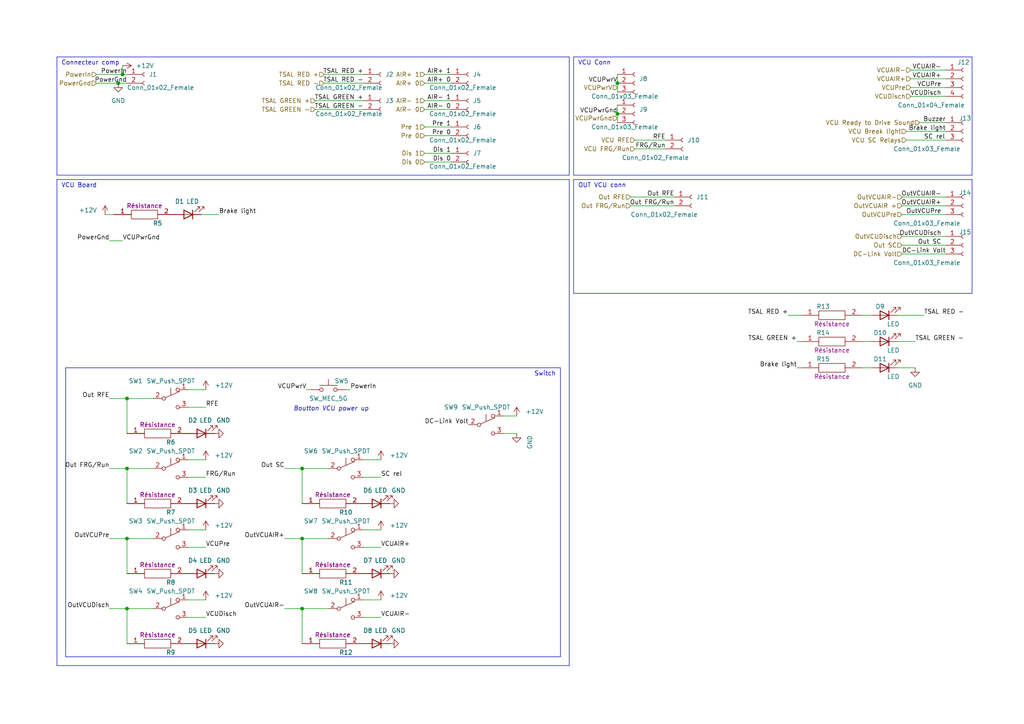
<source format=kicad_sch>
(kicad_sch (version 20230121) (generator eeschema)

  (uuid c11587c5-255d-4062-8b87-ba801166f906)

  (paper "A4")

  (lib_symbols
    (symbol "Connector:Conn_01x02_Female" (pin_names (offset 1.016) hide) (in_bom yes) (on_board yes)
      (property "Reference" "J" (at 0 2.54 0)
        (effects (font (size 1.27 1.27)))
      )
      (property "Value" "Conn_01x02_Female" (at 0 -5.08 0)
        (effects (font (size 1.27 1.27)))
      )
      (property "Footprint" "" (at 0 0 0)
        (effects (font (size 1.27 1.27)) hide)
      )
      (property "Datasheet" "~" (at 0 0 0)
        (effects (font (size 1.27 1.27)) hide)
      )
      (property "ki_keywords" "connector" (at 0 0 0)
        (effects (font (size 1.27 1.27)) hide)
      )
      (property "ki_description" "Generic connector, single row, 01x02, script generated (kicad-library-utils/schlib/autogen/connector/)" (at 0 0 0)
        (effects (font (size 1.27 1.27)) hide)
      )
      (property "ki_fp_filters" "Connector*:*_1x??_*" (at 0 0 0)
        (effects (font (size 1.27 1.27)) hide)
      )
      (symbol "Conn_01x02_Female_1_1"
        (arc (start 0 -2.032) (mid -0.5058 -2.54) (end 0 -3.048)
          (stroke (width 0.1524) (type default))
          (fill (type none))
        )
        (polyline
          (pts
            (xy -1.27 -2.54)
            (xy -0.508 -2.54)
          )
          (stroke (width 0.1524) (type default))
          (fill (type none))
        )
        (polyline
          (pts
            (xy -1.27 0)
            (xy -0.508 0)
          )
          (stroke (width 0.1524) (type default))
          (fill (type none))
        )
        (arc (start 0 0.508) (mid -0.5058 0) (end 0 -0.508)
          (stroke (width 0.1524) (type default))
          (fill (type none))
        )
        (pin passive line (at -5.08 0 0) (length 3.81)
          (name "Pin_1" (effects (font (size 1.27 1.27))))
          (number "1" (effects (font (size 1.27 1.27))))
        )
        (pin passive line (at -5.08 -2.54 0) (length 3.81)
          (name "Pin_2" (effects (font (size 1.27 1.27))))
          (number "2" (effects (font (size 1.27 1.27))))
        )
      )
    )
    (symbol "Connector:Conn_01x03_Female" (pin_names (offset 1.016) hide) (in_bom yes) (on_board yes)
      (property "Reference" "J" (at 0 5.08 0)
        (effects (font (size 1.27 1.27)))
      )
      (property "Value" "Conn_01x03_Female" (at 0 -5.08 0)
        (effects (font (size 1.27 1.27)))
      )
      (property "Footprint" "" (at 0 0 0)
        (effects (font (size 1.27 1.27)) hide)
      )
      (property "Datasheet" "~" (at 0 0 0)
        (effects (font (size 1.27 1.27)) hide)
      )
      (property "ki_keywords" "connector" (at 0 0 0)
        (effects (font (size 1.27 1.27)) hide)
      )
      (property "ki_description" "Generic connector, single row, 01x03, script generated (kicad-library-utils/schlib/autogen/connector/)" (at 0 0 0)
        (effects (font (size 1.27 1.27)) hide)
      )
      (property "ki_fp_filters" "Connector*:*_1x??_*" (at 0 0 0)
        (effects (font (size 1.27 1.27)) hide)
      )
      (symbol "Conn_01x03_Female_1_1"
        (arc (start 0 -2.032) (mid -0.5058 -2.54) (end 0 -3.048)
          (stroke (width 0.1524) (type default))
          (fill (type none))
        )
        (polyline
          (pts
            (xy -1.27 -2.54)
            (xy -0.508 -2.54)
          )
          (stroke (width 0.1524) (type default))
          (fill (type none))
        )
        (polyline
          (pts
            (xy -1.27 0)
            (xy -0.508 0)
          )
          (stroke (width 0.1524) (type default))
          (fill (type none))
        )
        (polyline
          (pts
            (xy -1.27 2.54)
            (xy -0.508 2.54)
          )
          (stroke (width 0.1524) (type default))
          (fill (type none))
        )
        (arc (start 0 0.508) (mid -0.5058 0) (end 0 -0.508)
          (stroke (width 0.1524) (type default))
          (fill (type none))
        )
        (arc (start 0 3.048) (mid -0.5058 2.54) (end 0 2.032)
          (stroke (width 0.1524) (type default))
          (fill (type none))
        )
        (pin passive line (at -5.08 2.54 0) (length 3.81)
          (name "Pin_1" (effects (font (size 1.27 1.27))))
          (number "1" (effects (font (size 1.27 1.27))))
        )
        (pin passive line (at -5.08 0 0) (length 3.81)
          (name "Pin_2" (effects (font (size 1.27 1.27))))
          (number "2" (effects (font (size 1.27 1.27))))
        )
        (pin passive line (at -5.08 -2.54 0) (length 3.81)
          (name "Pin_3" (effects (font (size 1.27 1.27))))
          (number "3" (effects (font (size 1.27 1.27))))
        )
      )
    )
    (symbol "Connector:Conn_01x04_Female" (pin_names (offset 1.016) hide) (in_bom yes) (on_board yes)
      (property "Reference" "J" (at 0 5.08 0)
        (effects (font (size 1.27 1.27)))
      )
      (property "Value" "Conn_01x04_Female" (at 0 -7.62 0)
        (effects (font (size 1.27 1.27)))
      )
      (property "Footprint" "" (at 0 0 0)
        (effects (font (size 1.27 1.27)) hide)
      )
      (property "Datasheet" "~" (at 0 0 0)
        (effects (font (size 1.27 1.27)) hide)
      )
      (property "ki_keywords" "connector" (at 0 0 0)
        (effects (font (size 1.27 1.27)) hide)
      )
      (property "ki_description" "Generic connector, single row, 01x04, script generated (kicad-library-utils/schlib/autogen/connector/)" (at 0 0 0)
        (effects (font (size 1.27 1.27)) hide)
      )
      (property "ki_fp_filters" "Connector*:*_1x??_*" (at 0 0 0)
        (effects (font (size 1.27 1.27)) hide)
      )
      (symbol "Conn_01x04_Female_1_1"
        (arc (start 0 -4.572) (mid -0.5058 -5.08) (end 0 -5.588)
          (stroke (width 0.1524) (type default))
          (fill (type none))
        )
        (arc (start 0 -2.032) (mid -0.5058 -2.54) (end 0 -3.048)
          (stroke (width 0.1524) (type default))
          (fill (type none))
        )
        (polyline
          (pts
            (xy -1.27 -5.08)
            (xy -0.508 -5.08)
          )
          (stroke (width 0.1524) (type default))
          (fill (type none))
        )
        (polyline
          (pts
            (xy -1.27 -2.54)
            (xy -0.508 -2.54)
          )
          (stroke (width 0.1524) (type default))
          (fill (type none))
        )
        (polyline
          (pts
            (xy -1.27 0)
            (xy -0.508 0)
          )
          (stroke (width 0.1524) (type default))
          (fill (type none))
        )
        (polyline
          (pts
            (xy -1.27 2.54)
            (xy -0.508 2.54)
          )
          (stroke (width 0.1524) (type default))
          (fill (type none))
        )
        (arc (start 0 0.508) (mid -0.5058 0) (end 0 -0.508)
          (stroke (width 0.1524) (type default))
          (fill (type none))
        )
        (arc (start 0 3.048) (mid -0.5058 2.54) (end 0 2.032)
          (stroke (width 0.1524) (type default))
          (fill (type none))
        )
        (pin passive line (at -5.08 2.54 0) (length 3.81)
          (name "Pin_1" (effects (font (size 1.27 1.27))))
          (number "1" (effects (font (size 1.27 1.27))))
        )
        (pin passive line (at -5.08 0 0) (length 3.81)
          (name "Pin_2" (effects (font (size 1.27 1.27))))
          (number "2" (effects (font (size 1.27 1.27))))
        )
        (pin passive line (at -5.08 -2.54 0) (length 3.81)
          (name "Pin_3" (effects (font (size 1.27 1.27))))
          (number "3" (effects (font (size 1.27 1.27))))
        )
        (pin passive line (at -5.08 -5.08 0) (length 3.81)
          (name "Pin_4" (effects (font (size 1.27 1.27))))
          (number "4" (effects (font (size 1.27 1.27))))
        )
      )
    )
    (symbol "Device:LED" (pin_numbers hide) (pin_names (offset 1.016) hide) (in_bom yes) (on_board yes)
      (property "Reference" "D" (at 0 2.54 0)
        (effects (font (size 1.27 1.27)))
      )
      (property "Value" "LED" (at 0 -2.54 0)
        (effects (font (size 1.27 1.27)))
      )
      (property "Footprint" "" (at 0 0 0)
        (effects (font (size 1.27 1.27)) hide)
      )
      (property "Datasheet" "~" (at 0 0 0)
        (effects (font (size 1.27 1.27)) hide)
      )
      (property "ki_keywords" "LED diode" (at 0 0 0)
        (effects (font (size 1.27 1.27)) hide)
      )
      (property "ki_description" "Light emitting diode" (at 0 0 0)
        (effects (font (size 1.27 1.27)) hide)
      )
      (property "ki_fp_filters" "LED* LED_SMD:* LED_THT:*" (at 0 0 0)
        (effects (font (size 1.27 1.27)) hide)
      )
      (symbol "LED_0_1"
        (polyline
          (pts
            (xy -1.27 -1.27)
            (xy -1.27 1.27)
          )
          (stroke (width 0.254) (type default))
          (fill (type none))
        )
        (polyline
          (pts
            (xy -1.27 0)
            (xy 1.27 0)
          )
          (stroke (width 0) (type default))
          (fill (type none))
        )
        (polyline
          (pts
            (xy 1.27 -1.27)
            (xy 1.27 1.27)
            (xy -1.27 0)
            (xy 1.27 -1.27)
          )
          (stroke (width 0.254) (type default))
          (fill (type none))
        )
        (polyline
          (pts
            (xy -3.048 -0.762)
            (xy -4.572 -2.286)
            (xy -3.81 -2.286)
            (xy -4.572 -2.286)
            (xy -4.572 -1.524)
          )
          (stroke (width 0) (type default))
          (fill (type none))
        )
        (polyline
          (pts
            (xy -1.778 -0.762)
            (xy -3.302 -2.286)
            (xy -2.54 -2.286)
            (xy -3.302 -2.286)
            (xy -3.302 -1.524)
          )
          (stroke (width 0) (type default))
          (fill (type none))
        )
      )
      (symbol "LED_1_1"
        (pin passive line (at -3.81 0 0) (length 2.54)
          (name "K" (effects (font (size 1.27 1.27))))
          (number "1" (effects (font (size 1.27 1.27))))
        )
        (pin passive line (at 3.81 0 180) (length 2.54)
          (name "A" (effects (font (size 1.27 1.27))))
          (number "2" (effects (font (size 1.27 1.27))))
        )
      )
    )
    (symbol "EPSA_lib:Résistance RK73H2BLTDD2152F" (pin_names (offset 0.762)) (in_bom yes) (on_board yes)
      (property "Reference" "R" (at 25.4 5.08 0)
        (effects (font (size 1.27 1.27)) (justify left))
      )
      (property "Value" "Résistance RK73H2BLTDD2152F" (at 25.4 2.54 0)
        (effects (font (size 1.27 1.27)) (justify left) hide)
      )
      (property "Footprint" "EPSA_lib:RESC3216X70N" (at 25.4 0 0)
        (effects (font (size 1.27 1.27)) (justify left) hide)
      )
      (property "Datasheet" "http://www.koaspeer.com/catimages/Products/RK73H/RK73H.pdf" (at 25.4 -2.54 0)
        (effects (font (size 1.27 1.27)) (justify left) hide)
      )
      (property "Description" "Thick Film Resistors - SMD" (at 25.4 -5.08 0)
        (effects (font (size 1.27 1.27)) (justify left) hide)
      )
      (property "Height" "0.7" (at 25.4 -7.62 0)
        (effects (font (size 1.27 1.27)) (justify left) hide)
      )
      (property "Manufacturer_Name" "KOA Speer" (at 25.4 -10.16 0)
        (effects (font (size 1.27 1.27)) (justify left) hide)
      )
      (property "Manufacturer_Part_Number" "RK73H2BLTDD2152F" (at 25.4 -12.7 0)
        (effects (font (size 1.27 1.27)) (justify left) hide)
      )
      (property "Mouser Part Number" "N/A" (at 25.4 -15.24 0)
        (effects (font (size 1.27 1.27)) (justify left) hide)
      )
      (property "Mouser Price/Stock" "https://www.mouser.co.uk/ProductDetail/KOA-Speer/RK73H2BLTDD2152F?qs=WeIALVmW3zmyxMFsjVzMRw%3D%3D" (at 25.4 -17.78 0)
        (effects (font (size 1.27 1.27)) (justify left) hide)
      )
      (property "Arrow Part Number" "" (at 13.97 -19.05 0)
        (effects (font (size 1.27 1.27)) (justify left) hide)
      )
      (property "Arrow Price/Stock" "" (at 13.97 -21.59 0)
        (effects (font (size 1.27 1.27)) (justify left) hide)
      )
      (property "Mouser Testing Part Number" "" (at 13.97 -24.13 0)
        (effects (font (size 1.27 1.27)) (justify left) hide)
      )
      (property "Mouser Testing Price/Stock" "" (at 13.97 -26.67 0)
        (effects (font (size 1.27 1.27)) (justify left) hide)
      )
      (property "Spice_Primitive" "R" (at 25.4 5.08 0)
        (effects (font (size 1.27 1.27)) (justify left) hide)
      )
      (property "Spice_Model" "10" (at 7.62 5.08 0)
        (effects (font (size 1.27 1.27)) (justify left))
      )
      (property "Spice_Netlist_Enabled" "Y" (at 27.94 5.08 0)
        (effects (font (size 1.27 1.27)) (justify left) hide)
      )
      (property "Render Name" "Résistance" (at 8.89 2.54 0)
        (effects (font (size 1.27 1.27)))
      )
      (property "ki_description" "Thick Film Resistors - SMD" (at 0 0 0)
        (effects (font (size 1.27 1.27)) hide)
      )
      (symbol "Résistance RK73H2BLTDD2152F_0_0"
        (pin passive line (at 0 0 0) (length 5.08)
          (name "~" (effects (font (size 1.27 1.27))))
          (number "1" (effects (font (size 1.27 1.27))))
        )
        (pin passive line (at 17.78 0 180) (length 5.08)
          (name "~" (effects (font (size 1.27 1.27))))
          (number "2" (effects (font (size 1.27 1.27))))
        )
      )
      (symbol "Résistance RK73H2BLTDD2152F_0_1"
        (polyline
          (pts
            (xy 5.08 1.27)
            (xy 12.7 1.27)
            (xy 12.7 -1.27)
            (xy 5.08 -1.27)
            (xy 5.08 1.27)
          )
          (stroke (width 0.1524) (type default))
          (fill (type none))
        )
      )
    )
    (symbol "Switch:SW_MEC_5G" (pin_numbers hide) (pin_names (offset 1.016) hide) (in_bom yes) (on_board yes)
      (property "Reference" "SW" (at 1.27 2.54 0)
        (effects (font (size 1.27 1.27)) (justify left))
      )
      (property "Value" "SW_MEC_5G" (at 0 -1.524 0)
        (effects (font (size 1.27 1.27)))
      )
      (property "Footprint" "" (at 0 5.08 0)
        (effects (font (size 1.27 1.27)) hide)
      )
      (property "Datasheet" "http://www.apem.com/int/index.php?controller=attachment&id_attachment=488" (at 0 5.08 0)
        (effects (font (size 1.27 1.27)) hide)
      )
      (property "ki_keywords" "switch normally-open pushbutton push-button" (at 0 0 0)
        (effects (font (size 1.27 1.27)) hide)
      )
      (property "ki_description" "MEC 5G single pole normally-open tactile switch" (at 0 0 0)
        (effects (font (size 1.27 1.27)) hide)
      )
      (property "ki_fp_filters" "SW*MEC*5G*" (at 0 0 0)
        (effects (font (size 1.27 1.27)) hide)
      )
      (symbol "SW_MEC_5G_0_1"
        (circle (center -2.032 0) (radius 0.508)
          (stroke (width 0) (type default))
          (fill (type none))
        )
        (polyline
          (pts
            (xy 0 1.27)
            (xy 0 3.048)
          )
          (stroke (width 0) (type default))
          (fill (type none))
        )
        (polyline
          (pts
            (xy 2.54 1.27)
            (xy -2.54 1.27)
          )
          (stroke (width 0) (type default))
          (fill (type none))
        )
        (circle (center 2.032 0) (radius 0.508)
          (stroke (width 0) (type default))
          (fill (type none))
        )
        (pin passive line (at -5.08 0 0) (length 2.54)
          (name "A" (effects (font (size 1.27 1.27))))
          (number "1" (effects (font (size 1.27 1.27))))
        )
        (pin passive line (at 5.08 0 180) (length 2.54)
          (name "B" (effects (font (size 1.27 1.27))))
          (number "3" (effects (font (size 1.27 1.27))))
        )
      )
      (symbol "SW_MEC_5G_1_1"
        (pin passive line (at -5.08 0 0) (length 2.54) hide
          (name "A" (effects (font (size 1.27 1.27))))
          (number "2" (effects (font (size 1.27 1.27))))
        )
        (pin passive line (at 5.08 0 180) (length 2.54) hide
          (name "B" (effects (font (size 1.27 1.27))))
          (number "4" (effects (font (size 1.27 1.27))))
        )
      )
    )
    (symbol "Switch:SW_Push_SPDT" (pin_names (offset 0) hide) (in_bom yes) (on_board yes)
      (property "Reference" "SW" (at 0 4.318 0)
        (effects (font (size 1.27 1.27)))
      )
      (property "Value" "SW_Push_SPDT" (at 0 -5.08 0)
        (effects (font (size 1.27 1.27)))
      )
      (property "Footprint" "" (at 0 0 0)
        (effects (font (size 1.27 1.27)) hide)
      )
      (property "Datasheet" "~" (at 0 0 0)
        (effects (font (size 1.27 1.27)) hide)
      )
      (property "ki_keywords" "switch single-pole double-throw spdt ON-ON" (at 0 0 0)
        (effects (font (size 1.27 1.27)) hide)
      )
      (property "ki_description" "Momentary Switch, single pole double throw" (at 0 0 0)
        (effects (font (size 1.27 1.27)) hide)
      )
      (symbol "SW_Push_SPDT_0_0"
        (circle (center -2.032 0) (radius 0.508)
          (stroke (width 0) (type default))
          (fill (type none))
        )
        (polyline
          (pts
            (xy 0 1.016)
            (xy 0 3.048)
          )
          (stroke (width 0) (type default))
          (fill (type none))
        )
        (circle (center 2.032 -2.54) (radius 0.508)
          (stroke (width 0) (type default))
          (fill (type none))
        )
      )
      (symbol "SW_Push_SPDT_0_1"
        (polyline
          (pts
            (xy -1.524 0.254)
            (xy 2.54 2.032)
          )
          (stroke (width 0) (type default))
          (fill (type none))
        )
        (circle (center 2.032 2.54) (radius 0.508)
          (stroke (width 0) (type default))
          (fill (type none))
        )
      )
      (symbol "SW_Push_SPDT_1_1"
        (pin passive line (at 5.08 2.54 180) (length 2.54)
          (name "A" (effects (font (size 1.27 1.27))))
          (number "1" (effects (font (size 1.27 1.27))))
        )
        (pin passive line (at -5.08 0 0) (length 2.54)
          (name "B" (effects (font (size 1.27 1.27))))
          (number "2" (effects (font (size 1.27 1.27))))
        )
        (pin passive line (at 5.08 -2.54 180) (length 2.54)
          (name "C" (effects (font (size 1.27 1.27))))
          (number "3" (effects (font (size 1.27 1.27))))
        )
      )
    )
    (symbol "power:+12V" (power) (pin_names (offset 0)) (in_bom yes) (on_board yes)
      (property "Reference" "#PWR" (at 0 -3.81 0)
        (effects (font (size 1.27 1.27)) hide)
      )
      (property "Value" "+12V" (at 0 3.556 0)
        (effects (font (size 1.27 1.27)))
      )
      (property "Footprint" "" (at 0 0 0)
        (effects (font (size 1.27 1.27)) hide)
      )
      (property "Datasheet" "" (at 0 0 0)
        (effects (font (size 1.27 1.27)) hide)
      )
      (property "ki_keywords" "power-flag" (at 0 0 0)
        (effects (font (size 1.27 1.27)) hide)
      )
      (property "ki_description" "Power symbol creates a global label with name \"+12V\"" (at 0 0 0)
        (effects (font (size 1.27 1.27)) hide)
      )
      (symbol "+12V_0_1"
        (polyline
          (pts
            (xy -0.762 1.27)
            (xy 0 2.54)
          )
          (stroke (width 0) (type default))
          (fill (type none))
        )
        (polyline
          (pts
            (xy 0 0)
            (xy 0 2.54)
          )
          (stroke (width 0) (type default))
          (fill (type none))
        )
        (polyline
          (pts
            (xy 0 2.54)
            (xy 0.762 1.27)
          )
          (stroke (width 0) (type default))
          (fill (type none))
        )
      )
      (symbol "+12V_1_1"
        (pin power_in line (at 0 0 90) (length 0) hide
          (name "+12V" (effects (font (size 1.27 1.27))))
          (number "1" (effects (font (size 1.27 1.27))))
        )
      )
    )
    (symbol "power:GND" (power) (pin_names (offset 0)) (in_bom yes) (on_board yes)
      (property "Reference" "#PWR" (at 0 -6.35 0)
        (effects (font (size 1.27 1.27)) hide)
      )
      (property "Value" "GND" (at 0 -3.81 0)
        (effects (font (size 1.27 1.27)))
      )
      (property "Footprint" "" (at 0 0 0)
        (effects (font (size 1.27 1.27)) hide)
      )
      (property "Datasheet" "" (at 0 0 0)
        (effects (font (size 1.27 1.27)) hide)
      )
      (property "ki_keywords" "power-flag" (at 0 0 0)
        (effects (font (size 1.27 1.27)) hide)
      )
      (property "ki_description" "Power symbol creates a global label with name \"GND\" , ground" (at 0 0 0)
        (effects (font (size 1.27 1.27)) hide)
      )
      (symbol "GND_0_1"
        (polyline
          (pts
            (xy 0 0)
            (xy 0 -1.27)
            (xy 1.27 -1.27)
            (xy 0 -2.54)
            (xy -1.27 -1.27)
            (xy 0 -1.27)
          )
          (stroke (width 0) (type default))
          (fill (type none))
        )
      )
      (symbol "GND_1_1"
        (pin power_in line (at 0 0 270) (length 0) hide
          (name "GND" (effects (font (size 1.27 1.27))))
          (number "1" (effects (font (size 1.27 1.27))))
        )
      )
    )
  )

  (junction (at 34.29 24.13) (diameter 0) (color 0 0 0 0)
    (uuid 188e89f2-49ef-46e6-88d3-426ad3367ed6)
  )
  (junction (at 87.63 135.89) (diameter 0) (color 0 0 0 0)
    (uuid 214e75eb-cfd7-4712-8d13-712e1d5bfced)
  )
  (junction (at 36.83 176.53) (diameter 0) (color 0 0 0 0)
    (uuid 3553da7e-76b7-4e2c-b3f1-0bf72ec21e4b)
  )
  (junction (at 179.07 24.13) (diameter 0) (color 0 0 0 0)
    (uuid 4e5740a9-efdd-4d7d-84b5-39871f3e3224)
  )
  (junction (at 35.56 21.59) (diameter 0) (color 0 0 0 0)
    (uuid 6171a988-b62d-4cc7-8021-cf429cd1d6a0)
  )
  (junction (at 36.83 115.57) (diameter 0) (color 0 0 0 0)
    (uuid 6ecbca73-3489-46b7-ad1b-7077ccd52256)
  )
  (junction (at 179.07 33.02) (diameter 0) (color 0 0 0 0)
    (uuid 72b64d71-5bf6-4a4a-a8d7-e6302427af25)
  )
  (junction (at 87.63 176.53) (diameter 0) (color 0 0 0 0)
    (uuid 86592704-5902-4fda-be25-211fd94fe5ef)
  )
  (junction (at 36.83 135.89) (diameter 0) (color 0 0 0 0)
    (uuid a2388e0d-eb70-4df2-90b2-40d98e4125fa)
  )
  (junction (at 87.63 156.21) (diameter 0) (color 0 0 0 0)
    (uuid c6eb6405-3a1b-4c07-b6c1-5f834f2dccef)
  )
  (junction (at 36.83 156.21) (diameter 0) (color 0 0 0 0)
    (uuid ceac25eb-a679-43a4-aced-78ee10b929ae)
  )

  (wire (pts (xy 82.55 135.89) (xy 87.63 135.89))
    (stroke (width 0) (type default))
    (uuid 019e9c9d-6d00-44ef-9562-8b4fd570edb5)
  )
  (wire (pts (xy 250.19 91.44) (xy 252.73 91.44))
    (stroke (width 0) (type default))
    (uuid 043153b3-8e05-4fd7-a36a-664dc74c081c)
  )
  (wire (pts (xy 31.75 115.57) (xy 36.83 115.57))
    (stroke (width 0) (type default))
    (uuid 0b47d34f-eee8-4152-a36f-adccceeca916)
  )
  (wire (pts (xy 58.42 62.23) (xy 63.5 62.23))
    (stroke (width 0) (type default))
    (uuid 121e3911-4578-445e-a7d1-5027e2c72eb0)
  )
  (wire (pts (xy 182.88 57.15) (xy 195.58 57.15))
    (stroke (width 0) (type default))
    (uuid 157bdcd7-cc31-4629-8e93-49470caa36b0)
  )
  (wire (pts (xy 105.41 179.07) (xy 110.49 179.07))
    (stroke (width 0) (type default))
    (uuid 15c0efb1-4dbc-4e33-9cd4-039c98bbe266)
  )
  (polyline (pts (xy 281.94 50.8) (xy 166.37 50.8))
    (stroke (width 0) (type default))
    (uuid 17137e92-42de-4009-b962-7d01a3029cbb)
  )

  (wire (pts (xy 36.83 176.53) (xy 44.45 176.53))
    (stroke (width 0) (type default))
    (uuid 17708e78-74cc-4401-bc1e-70b81335304d)
  )
  (wire (pts (xy 262.89 40.64) (xy 274.32 40.64))
    (stroke (width 0) (type default))
    (uuid 17cacebb-a208-4d61-845d-c481b9c68cd9)
  )
  (wire (pts (xy 27.94 24.13) (xy 34.29 24.13))
    (stroke (width 0) (type default))
    (uuid 20d14444-0773-4223-a945-a409d8f0c4c8)
  )
  (wire (pts (xy 250.19 106.68) (xy 252.73 106.68))
    (stroke (width 0) (type default))
    (uuid 2608fab8-a667-423a-bd13-c1cc5102befb)
  )
  (wire (pts (xy 36.83 135.89) (xy 44.45 135.89))
    (stroke (width 0) (type default))
    (uuid 26abfc43-0fd2-44d6-990b-0e2d05cbbf29)
  )
  (wire (pts (xy 105.41 133.35) (xy 110.49 133.35))
    (stroke (width 0) (type default))
    (uuid 2b85bc64-3fc0-4fe7-9cdf-59abf904d596)
  )
  (wire (pts (xy 261.62 57.15) (xy 274.32 57.15))
    (stroke (width 0) (type default))
    (uuid 2cd8ea63-e4ea-42c6-82e4-157f0bbf653a)
  )
  (wire (pts (xy 54.61 179.07) (xy 59.69 179.07))
    (stroke (width 0) (type default))
    (uuid 305f0c7e-42c2-41db-9638-66fbf68661b6)
  )
  (wire (pts (xy 146.05 125.73) (xy 149.86 125.73))
    (stroke (width 0) (type default))
    (uuid 30b6b254-d28d-4533-b648-84c49c4fbf05)
  )
  (wire (pts (xy 231.14 99.06) (xy 232.41 99.06))
    (stroke (width 0) (type default))
    (uuid 351d7553-1224-4a77-ac9d-4c95a9fe2a17)
  )
  (wire (pts (xy 36.83 115.57) (xy 44.45 115.57))
    (stroke (width 0) (type default))
    (uuid 36fe1011-43be-4a1c-876d-acc8a5b94937)
  )
  (wire (pts (xy 54.61 113.03) (xy 59.69 113.03))
    (stroke (width 0) (type default))
    (uuid 375012ab-a598-4aea-8485-40a9fc33ec62)
  )
  (wire (pts (xy 123.19 44.45) (xy 130.81 44.45))
    (stroke (width 0) (type default))
    (uuid 388dcb01-009b-4c01-a717-98d6f4c648b8)
  )
  (polyline (pts (xy 162.56 106.68) (xy 162.56 190.5))
    (stroke (width 0) (type default))
    (uuid 3a66ae69-8810-4a28-ae5a-431c41e1b829)
  )
  (polyline (pts (xy 162.56 190.5) (xy 19.05 190.5))
    (stroke (width 0) (type default))
    (uuid 3a9a6228-7528-4e57-9a75-d24ce37c8c92)
  )

  (wire (pts (xy 123.19 39.37) (xy 130.81 39.37))
    (stroke (width 0) (type default))
    (uuid 3ab2b6e3-3fd2-4802-a2e6-a05945e61f71)
  )
  (polyline (pts (xy 19.05 190.5) (xy 19.05 106.68))
    (stroke (width 0) (type default))
    (uuid 3fa36cdd-ab44-47be-ab96-7abb307c485b)
  )

  (wire (pts (xy 228.6 91.44) (xy 232.41 91.44))
    (stroke (width 0) (type default))
    (uuid 402dedc2-978f-48f7-8e2b-546cdae52b0d)
  )
  (wire (pts (xy 260.35 91.44) (xy 267.97 91.44))
    (stroke (width 0) (type default))
    (uuid 404eb0f3-e319-4858-8d4f-4d196036e752)
  )
  (wire (pts (xy 34.29 24.13) (xy 36.83 24.13))
    (stroke (width 0) (type default))
    (uuid 45ce987f-ce11-4054-a28f-05faa42ae8e8)
  )
  (polyline (pts (xy 16.51 16.51) (xy 165.1 16.51))
    (stroke (width 0) (type default))
    (uuid 460469ff-185c-4224-bdbc-4dfb973d5da6)
  )

  (wire (pts (xy 87.63 156.21) (xy 87.63 166.37))
    (stroke (width 0) (type default))
    (uuid 47df6205-299f-4a55-978e-b35e6253306e)
  )
  (wire (pts (xy 123.19 21.59) (xy 130.81 21.59))
    (stroke (width 0) (type default))
    (uuid 48a7520d-f84b-46a3-8ca0-8651a3d31bcb)
  )
  (polyline (pts (xy 16.51 52.07) (xy 165.1 52.07))
    (stroke (width 0) (type default))
    (uuid 49035aa5-1e36-4a44-b8b7-319406de7b6b)
  )

  (wire (pts (xy 27.94 21.59) (xy 35.56 21.59))
    (stroke (width 0) (type default))
    (uuid 4928822a-5586-4df2-a1bc-697b3297fc16)
  )
  (wire (pts (xy 123.19 31.75) (xy 130.81 31.75))
    (stroke (width 0) (type default))
    (uuid 4c3a964b-5344-4972-8672-af47e86625db)
  )
  (wire (pts (xy 266.7 35.56) (xy 274.32 35.56))
    (stroke (width 0) (type default))
    (uuid 4c3ca9d3-762a-48c8-8ba0-9ed9b9ab5d85)
  )
  (wire (pts (xy 87.63 176.53) (xy 95.25 176.53))
    (stroke (width 0) (type default))
    (uuid 4d6ac173-048c-4c8c-b3a4-d227a90bc710)
  )
  (polyline (pts (xy 19.05 106.68) (xy 162.56 106.68))
    (stroke (width 0) (type default))
    (uuid 569ebbec-a4c5-4aab-bcec-1a98946cf560)
  )
  (polyline (pts (xy 281.94 52.07) (xy 281.94 85.09))
    (stroke (width 0) (type default))
    (uuid 5cb11ca3-b32f-4ab2-9847-254327c58d3c)
  )

  (wire (pts (xy 260.35 99.06) (xy 265.43 99.06))
    (stroke (width 0) (type default))
    (uuid 5e8ce263-1c9b-4ba8-9524-37e2b7471dd7)
  )
  (wire (pts (xy 30.48 62.23) (xy 33.02 62.23))
    (stroke (width 0) (type default))
    (uuid 5e8f88d7-f7be-4a31-827a-ad36bf6a40a2)
  )
  (wire (pts (xy 105.41 138.43) (xy 110.49 138.43))
    (stroke (width 0) (type default))
    (uuid 6316193b-8993-4339-9f24-7ed85282790d)
  )
  (wire (pts (xy 123.19 29.21) (xy 130.81 29.21))
    (stroke (width 0) (type default))
    (uuid 658fe396-0f50-4002-8b4a-694a257df32c)
  )
  (wire (pts (xy 261.62 68.58) (xy 274.32 68.58))
    (stroke (width 0) (type default))
    (uuid 662509ce-aa0d-49b9-8dbb-e2a3cd7bb222)
  )
  (wire (pts (xy 31.75 156.21) (xy 36.83 156.21))
    (stroke (width 0) (type default))
    (uuid 6aaaa921-3c77-4bf2-a68c-c8cb3de16b2f)
  )
  (wire (pts (xy 264.16 25.4) (xy 274.32 25.4))
    (stroke (width 0) (type default))
    (uuid 6caf5a38-33fd-44c5-a068-16e86a966d75)
  )
  (wire (pts (xy 260.35 106.68) (xy 265.43 106.68))
    (stroke (width 0) (type default))
    (uuid 6dc9a760-484e-4d37-946a-767e27bb79ad)
  )
  (wire (pts (xy 261.62 62.23) (xy 274.32 62.23))
    (stroke (width 0) (type default))
    (uuid 6e5e7c9d-a269-4ef1-8bbe-686da5a65ba0)
  )
  (wire (pts (xy 54.61 138.43) (xy 59.69 138.43))
    (stroke (width 0) (type default))
    (uuid 75c8c878-b242-4371-bb3c-7753bbfce1dd)
  )
  (polyline (pts (xy 166.37 52.07) (xy 166.37 85.09))
    (stroke (width 0) (type default))
    (uuid 7885ecc5-6586-4761-95b5-7150d0bf463e)
  )
  (polyline (pts (xy 281.94 16.51) (xy 281.94 50.8))
    (stroke (width 0) (type default))
    (uuid 7ea443f4-2d6a-4c2f-a2ba-20cf51c0c88a)
  )

  (wire (pts (xy 82.55 156.21) (xy 87.63 156.21))
    (stroke (width 0) (type default))
    (uuid 852b79b3-0891-4a8a-a730-31ed1f5b1de7)
  )
  (wire (pts (xy 262.89 38.1) (xy 274.32 38.1))
    (stroke (width 0) (type default))
    (uuid 86f537ac-b944-4a2c-8449-8a5a4e4c9125)
  )
  (wire (pts (xy 179.07 30.48) (xy 179.07 33.02))
    (stroke (width 0) (type default))
    (uuid 8746c3c3-59d1-4cda-a1b9-ba6e03eed40e)
  )
  (polyline (pts (xy 165.1 16.51) (xy 165.1 50.8))
    (stroke (width 0) (type default))
    (uuid 8f66e06e-24e8-464c-9a17-860c47735e5d)
  )

  (wire (pts (xy 35.56 19.05) (xy 35.56 21.59))
    (stroke (width 0) (type default))
    (uuid 8f9ef32e-c428-42c1-942e-56dfc109b64a)
  )
  (wire (pts (xy 31.75 176.53) (xy 36.83 176.53))
    (stroke (width 0) (type default))
    (uuid 912d29f0-d216-4601-890c-33f45a5b3277)
  )
  (wire (pts (xy 179.07 21.59) (xy 179.07 24.13))
    (stroke (width 0) (type default))
    (uuid 95cae534-3172-46ed-a582-8fe6f5f6d4f7)
  )
  (polyline (pts (xy 166.37 16.51) (xy 281.94 16.51))
    (stroke (width 0) (type default))
    (uuid 97b20cc4-55bc-4eb3-a401-ed0078bd7323)
  )

  (wire (pts (xy 54.61 133.35) (xy 59.69 133.35))
    (stroke (width 0) (type default))
    (uuid 9b453266-c125-4718-aac8-61930d4b0132)
  )
  (polyline (pts (xy 166.37 52.07) (xy 281.94 52.07))
    (stroke (width 0) (type default))
    (uuid 9d4b0bf9-010d-46f6-807f-962261737a83)
  )

  (wire (pts (xy 36.83 115.57) (xy 36.83 125.73))
    (stroke (width 0) (type default))
    (uuid 9f2b7b6f-32af-4225-a696-4ccff8ff4f32)
  )
  (wire (pts (xy 264.16 27.94) (xy 274.32 27.94))
    (stroke (width 0) (type default))
    (uuid a0fcb163-f3c1-4465-842f-18d39008818f)
  )
  (polyline (pts (xy 16.51 16.51) (xy 16.51 50.8))
    (stroke (width 0) (type default))
    (uuid a1bbda22-648c-4339-91d0-770365d8c63a)
  )

  (wire (pts (xy 123.19 36.83) (xy 130.81 36.83))
    (stroke (width 0) (type default))
    (uuid a419c430-17a8-4380-8f9e-d2d0634cd000)
  )
  (polyline (pts (xy 165.1 50.8) (xy 16.51 50.8))
    (stroke (width 0) (type default))
    (uuid a69162bb-8224-4a46-b1ee-eeb8a8015f81)
  )

  (wire (pts (xy 91.44 29.21) (xy 105.41 29.21))
    (stroke (width 0) (type default))
    (uuid a98e9e2a-7438-47cf-8ab6-9fb758955787)
  )
  (wire (pts (xy 261.62 59.69) (xy 274.32 59.69))
    (stroke (width 0) (type default))
    (uuid aaab4221-5e3a-4b8a-9785-c0f5844dc6f1)
  )
  (wire (pts (xy 179.07 33.02) (xy 179.07 35.56))
    (stroke (width 0) (type default))
    (uuid ab42eb52-dfc0-4f72-bf42-279039e2fe46)
  )
  (wire (pts (xy 87.63 135.89) (xy 95.25 135.89))
    (stroke (width 0) (type default))
    (uuid ab8c953b-a188-48cf-aff6-382e3b7cf280)
  )
  (wire (pts (xy 184.15 40.64) (xy 193.04 40.64))
    (stroke (width 0) (type default))
    (uuid abcb5510-f29c-4628-90b5-12659dfd0cc6)
  )
  (wire (pts (xy 264.16 22.86) (xy 274.32 22.86))
    (stroke (width 0) (type default))
    (uuid af7b5d18-46e6-48a6-8fcf-7a95bd51615c)
  )
  (wire (pts (xy 87.63 135.89) (xy 87.63 146.05))
    (stroke (width 0) (type default))
    (uuid b6c6b46d-1259-4b1c-b5c5-79d1e14903cb)
  )
  (wire (pts (xy 31.75 69.85) (xy 35.56 69.85))
    (stroke (width 0) (type default))
    (uuid b7177d39-dcc8-4301-b086-9b87b0fb2b2e)
  )
  (polyline (pts (xy 16.51 52.07) (xy 16.51 193.04))
    (stroke (width 0) (type default))
    (uuid b7db2aaa-821b-4d23-9187-84e0bf3a3a94)
  )

  (wire (pts (xy 88.9 113.03) (xy 90.17 113.03))
    (stroke (width 0) (type default))
    (uuid b804e7d0-d825-4cc8-a0d1-bcff33cba2e5)
  )
  (wire (pts (xy 82.55 176.53) (xy 87.63 176.53))
    (stroke (width 0) (type default))
    (uuid b84db92f-af55-4f46-b71a-0be0e48ef110)
  )
  (wire (pts (xy 179.07 24.13) (xy 179.07 26.67))
    (stroke (width 0) (type default))
    (uuid b91ac1d2-68d7-4996-a57a-7755657a1971)
  )
  (wire (pts (xy 54.61 158.75) (xy 59.69 158.75))
    (stroke (width 0) (type default))
    (uuid b969fd95-341d-42c8-af18-2c88e327b3d4)
  )
  (wire (pts (xy 54.61 173.99) (xy 59.69 173.99))
    (stroke (width 0) (type default))
    (uuid b9abc017-c86d-4eff-9901-60ae31612ae9)
  )
  (wire (pts (xy 182.88 59.69) (xy 195.58 59.69))
    (stroke (width 0) (type default))
    (uuid c11345bc-885b-43d7-9797-ae3d54a4a646)
  )
  (polyline (pts (xy 166.37 16.51) (xy 166.37 50.8))
    (stroke (width 0) (type default))
    (uuid c138e422-30d8-49dd-a7dd-d886e2a1a726)
  )

  (wire (pts (xy 93.98 24.13) (xy 105.41 24.13))
    (stroke (width 0) (type default))
    (uuid c1dc183a-a646-4361-90f1-a083757d96f4)
  )
  (wire (pts (xy 105.41 158.75) (xy 110.49 158.75))
    (stroke (width 0) (type default))
    (uuid cae622e4-4b12-467a-966b-97730aeb5552)
  )
  (polyline (pts (xy 165.1 52.07) (xy 165.1 193.04))
    (stroke (width 0) (type default))
    (uuid cbb42619-7071-4f20-b4a9-146c42de8fe1)
  )

  (wire (pts (xy 101.6 113.03) (xy 100.33 113.03))
    (stroke (width 0) (type default))
    (uuid cc077213-6ee4-4329-ac2e-fc103c7e77f3)
  )
  (wire (pts (xy 36.83 156.21) (xy 36.83 166.37))
    (stroke (width 0) (type default))
    (uuid cd2aa4dd-0437-4088-a71b-061124ecf8bc)
  )
  (wire (pts (xy 123.19 24.13) (xy 130.81 24.13))
    (stroke (width 0) (type default))
    (uuid cde7db73-f237-4ae3-b734-f88acb789485)
  )
  (wire (pts (xy 146.05 120.65) (xy 149.86 120.65))
    (stroke (width 0) (type default))
    (uuid d1003e63-840b-425c-b882-24f3e4c3b199)
  )
  (wire (pts (xy 54.61 118.11) (xy 59.69 118.11))
    (stroke (width 0) (type default))
    (uuid d394b1b5-b88f-486b-984f-b8276b707b40)
  )
  (wire (pts (xy 261.62 73.66) (xy 274.32 73.66))
    (stroke (width 0) (type default))
    (uuid d3c691ee-38c2-4a43-9b20-9cd01f71705d)
  )
  (wire (pts (xy 36.83 156.21) (xy 44.45 156.21))
    (stroke (width 0) (type default))
    (uuid d5ed6e11-1003-47d2-8a7e-8b38515248c8)
  )
  (wire (pts (xy 261.62 71.12) (xy 274.32 71.12))
    (stroke (width 0) (type default))
    (uuid d62a1d65-931f-4abb-8860-c790afa59152)
  )
  (wire (pts (xy 264.16 20.32) (xy 274.32 20.32))
    (stroke (width 0) (type default))
    (uuid d8a84dbd-9aef-45e5-939a-7e19dfefd0e5)
  )
  (wire (pts (xy 105.41 173.99) (xy 110.49 173.99))
    (stroke (width 0) (type default))
    (uuid da8a3bd1-85d5-4eb1-affe-65c18f355fd7)
  )
  (wire (pts (xy 250.19 99.06) (xy 252.73 99.06))
    (stroke (width 0) (type default))
    (uuid dbf36bcd-fc99-4e2d-856f-4a19465d8647)
  )
  (wire (pts (xy 105.41 153.67) (xy 110.49 153.67))
    (stroke (width 0) (type default))
    (uuid dc20ff87-1eda-4d60-85ba-3698eee4eb12)
  )
  (wire (pts (xy 184.15 43.18) (xy 193.04 43.18))
    (stroke (width 0) (type default))
    (uuid e07a6d9a-8eec-4497-bc8a-a1edca955bd2)
  )
  (polyline (pts (xy 165.1 193.04) (xy 16.51 193.04))
    (stroke (width 0) (type default))
    (uuid e0c2300f-5d12-41ad-9bd5-3b6f3da294df)
  )

  (wire (pts (xy 87.63 156.21) (xy 95.25 156.21))
    (stroke (width 0) (type default))
    (uuid e658327d-eb31-468d-8c27-ec141d275e34)
  )
  (wire (pts (xy 35.56 21.59) (xy 36.83 21.59))
    (stroke (width 0) (type default))
    (uuid e68d3819-36e4-42d1-b7a3-094b9e34f996)
  )
  (wire (pts (xy 231.14 106.68) (xy 232.41 106.68))
    (stroke (width 0) (type default))
    (uuid e8c8495a-389d-490c-9d1d-02f2a4948b9c)
  )
  (wire (pts (xy 54.61 153.67) (xy 59.69 153.67))
    (stroke (width 0) (type default))
    (uuid ea957683-a511-47f8-89e6-167c5fce621d)
  )
  (wire (pts (xy 36.83 135.89) (xy 36.83 146.05))
    (stroke (width 0) (type default))
    (uuid ef3bb297-e327-41f5-a7a0-1e5f0909017c)
  )
  (wire (pts (xy 123.19 46.99) (xy 130.81 46.99))
    (stroke (width 0) (type default))
    (uuid f24053be-565e-4c3a-bd68-daa21a9aabdf)
  )
  (wire (pts (xy 31.75 135.89) (xy 36.83 135.89))
    (stroke (width 0) (type default))
    (uuid f355a86e-247b-45ce-b310-593a8778cac2)
  )
  (wire (pts (xy 87.63 176.53) (xy 87.63 186.69))
    (stroke (width 0) (type default))
    (uuid f5603248-14ff-479e-bcf5-9f6e3d092c9a)
  )
  (polyline (pts (xy 281.94 85.09) (xy 166.37 85.09))
    (stroke (width 0) (type default))
    (uuid f64be8df-aa11-4066-8986-68343549adcc)
  )

  (wire (pts (xy 91.44 31.75) (xy 105.41 31.75))
    (stroke (width 0) (type default))
    (uuid fa7af882-6d47-49e6-be56-f7b6ecf90068)
  )
  (wire (pts (xy 36.83 176.53) (xy 36.83 186.69))
    (stroke (width 0) (type default))
    (uuid fcc3398f-bd6a-4d22-9cf8-7d241d87c8f9)
  )
  (wire (pts (xy 93.98 21.59) (xy 105.41 21.59))
    (stroke (width 0) (type default))
    (uuid ff247cc0-0c71-4812-b73d-e1b03d8bde08)
  )

  (text "Switch" (at 154.94 109.22 0)
    (effects (font (size 1.27 1.27)) (justify left bottom))
    (uuid 079bbb8c-90c8-4be7-9267-bc20c69fef3a)
  )
  (text "Connecteur comp\n" (at 17.78 19.05 0)
    (effects (font (size 1.27 1.27)) (justify left bottom))
    (uuid 24537a25-fac7-4c2d-9466-e49f8dd4b5d2)
  )
  (text "Boutton VCU power up" (at 85.09 119.38 0)
    (effects (font (size 1.27 1.27) italic) (justify left bottom))
    (uuid 590f64a9-1ab7-4e8c-8cbc-2d7f4915796b)
  )
  (text "VCU Conn" (at 167.64 19.05 0)
    (effects (font (size 1.27 1.27)) (justify left bottom))
    (uuid 637d8c9f-01f8-44ed-aae3-b0f9c6368734)
  )
  (text "VCU Board" (at 17.78 54.61 0)
    (effects (font (size 1.27 1.27)) (justify left bottom))
    (uuid 827508cc-861b-448d-92a4-8c988252f4c8)
  )
  (text "OUT VCU conn" (at 167.64 54.61 0)
    (effects (font (size 1.27 1.27)) (justify left bottom))
    (uuid 90f6442b-724a-496d-8b5e-9047dde2cf42)
  )

  (label "TSAL RED -" (at 105.41 24.13 180) (fields_autoplaced)
    (effects (font (size 1.27 1.27)) (justify right bottom))
    (uuid 06900e0f-466e-4663-ae63-4c08c3d7cdf4)
  )
  (label "Out FRG{slash}Run" (at 31.75 135.89 180) (fields_autoplaced)
    (effects (font (size 1.27 1.27)) (justify right bottom))
    (uuid 07b2602a-dd04-4472-911a-1d45c5b44415)
  )
  (label "FRG{slash}Run" (at 193.04 43.18 180) (fields_autoplaced)
    (effects (font (size 1.27 1.27)) (justify right bottom))
    (uuid 0ba3f09d-24f9-44cf-ae22-832c83416b00)
  )
  (label "RFE" (at 59.69 118.11 0) (fields_autoplaced)
    (effects (font (size 1.27 1.27)) (justify left bottom))
    (uuid 0c824673-36cc-4174-9ab0-0dfd5741bfdc)
  )
  (label "OutVCUAIR+" (at 82.55 156.21 180) (fields_autoplaced)
    (effects (font (size 1.27 1.27)) (justify right bottom))
    (uuid 0ee38e3c-ef18-458d-bfaf-dd0f5b2c2ede)
  )
  (label "TSAL RED +" (at 105.41 21.59 180) (fields_autoplaced)
    (effects (font (size 1.27 1.27)) (justify right bottom))
    (uuid 110c4481-a42d-48bb-be23-b7063e2ff799)
  )
  (label "PowerIn" (at 101.6 113.03 0) (fields_autoplaced)
    (effects (font (size 1.27 1.27)) (justify left bottom))
    (uuid 14c65ebb-6e50-48e3-82d8-7de1811ae65e)
  )
  (label "VCUPwrGnd" (at 179.07 33.02 180) (fields_autoplaced)
    (effects (font (size 1.27 1.27)) (justify right bottom))
    (uuid 18a18023-2420-4622-96c1-08857b2378f2)
  )
  (label "VCUAIR-" (at 110.49 179.07 0) (fields_autoplaced)
    (effects (font (size 1.27 1.27)) (justify left bottom))
    (uuid 19903d98-1d18-4c9a-bbaf-c7bbddfd6fe3)
  )
  (label "Out RFE" (at 195.58 57.15 180) (fields_autoplaced)
    (effects (font (size 1.27 1.27)) (justify right bottom))
    (uuid 1acddd00-a514-4fca-ade7-de0e203b873b)
  )
  (label "AIR+ 1" (at 130.81 21.59 180) (fields_autoplaced)
    (effects (font (size 1.27 1.27)) (justify right bottom))
    (uuid 1c0ebace-5555-40fd-8cae-a42d9292dd79)
  )
  (label "RFE" (at 193.04 40.64 180) (fields_autoplaced)
    (effects (font (size 1.27 1.27)) (justify right bottom))
    (uuid 1df648fe-45a6-44f9-9bf7-30bb83cb5c7b)
  )
  (label "Buzzer" (at 274.32 35.56 180) (fields_autoplaced)
    (effects (font (size 1.27 1.27)) (justify right bottom))
    (uuid 22c39512-132b-41e6-bfa9-db415270279b)
  )
  (label "Brake light" (at 231.14 106.68 180) (fields_autoplaced)
    (effects (font (size 1.27 1.27)) (justify right bottom))
    (uuid 22fc8742-21c3-4906-8aaf-72e4503222a0)
  )
  (label "OutVCUPre" (at 31.75 156.21 180) (fields_autoplaced)
    (effects (font (size 1.27 1.27)) (justify right bottom))
    (uuid 2983760c-c6b6-4810-ba50-59c59a541e85)
  )
  (label "DC-Link Volt" (at 135.89 123.19 180) (fields_autoplaced)
    (effects (font (size 1.27 1.27)) (justify right bottom))
    (uuid 29a13b98-4056-4451-9c59-b5e85a56d4c6)
  )
  (label "VCUAIR-" (at 273.05 20.32 180) (fields_autoplaced)
    (effects (font (size 1.27 1.27)) (justify right bottom))
    (uuid 2d17f27f-c880-4b22-892a-ce5427aa2acf)
  )
  (label "OutVCUAIR-" (at 273.05 57.15 180) (fields_autoplaced)
    (effects (font (size 1.27 1.27)) (justify right bottom))
    (uuid 308a4a70-2246-469a-a4b6-186c0f2f59db)
  )
  (label "VCUAIR+" (at 110.49 158.75 0) (fields_autoplaced)
    (effects (font (size 1.27 1.27)) (justify left bottom))
    (uuid 333e3ef8-63d8-46c8-a054-1a994452a9f0)
  )
  (label "PowerGnd" (at 31.75 69.85 180) (fields_autoplaced)
    (effects (font (size 1.27 1.27)) (justify right bottom))
    (uuid 4c983634-9239-4e8b-8d76-63304ab30e17)
  )
  (label "SC rel" (at 110.49 138.43 0) (fields_autoplaced)
    (effects (font (size 1.27 1.27)) (justify left bottom))
    (uuid 506b4912-c301-418e-9020-89b4dcffe94a)
  )
  (label "VCUPre" (at 59.69 158.75 0) (fields_autoplaced)
    (effects (font (size 1.27 1.27)) (justify left bottom))
    (uuid 512dd63e-5f61-4875-b225-7571d1f0ed14)
  )
  (label "TSAL RED -" (at 267.97 91.44 0) (fields_autoplaced)
    (effects (font (size 1.27 1.27)) (justify left bottom))
    (uuid 519fccab-9afc-40af-9864-4da644ee7e5a)
  )
  (label "VCUPre" (at 273.05 25.4 180) (fields_autoplaced)
    (effects (font (size 1.27 1.27)) (justify right bottom))
    (uuid 5269a843-1116-457d-a0d4-689f6fbc125e)
  )
  (label "AIR- 1" (at 130.81 29.21 180) (fields_autoplaced)
    (effects (font (size 1.27 1.27)) (justify right bottom))
    (uuid 531b7467-4fdc-4d19-ab56-ff717830e660)
  )
  (label "TSAL GREEN -" (at 265.43 99.06 0) (fields_autoplaced)
    (effects (font (size 1.27 1.27)) (justify left bottom))
    (uuid 56391073-176c-4d4d-ab47-59b93b274455)
  )
  (label "Out RFE" (at 31.75 115.57 180) (fields_autoplaced)
    (effects (font (size 1.27 1.27)) (justify right bottom))
    (uuid 69ecb2f3-929e-43d9-8315-440a07672bdd)
  )
  (label "Pre 0" (at 130.81 39.37 180) (fields_autoplaced)
    (effects (font (size 1.27 1.27)) (justify right bottom))
    (uuid 6c782622-6ad4-4017-9ed9-0219e8bbfc98)
  )
  (label "OutVCUAIR-" (at 82.55 176.53 180) (fields_autoplaced)
    (effects (font (size 1.27 1.27)) (justify right bottom))
    (uuid 752e8c26-9250-4a33-893d-1b57ba89519a)
  )
  (label "Out FRG{slash}Run" (at 195.58 59.69 180) (fields_autoplaced)
    (effects (font (size 1.27 1.27)) (justify right bottom))
    (uuid 76a238ea-e3b0-42eb-85c4-34db3d6e2060)
  )
  (label "VCUDisch" (at 273.05 27.94 180) (fields_autoplaced)
    (effects (font (size 1.27 1.27)) (justify right bottom))
    (uuid 7c3c5c43-682a-4bed-98b1-aca561dcc348)
  )
  (label "Brake light" (at 63.5 62.23 0) (fields_autoplaced)
    (effects (font (size 1.27 1.27)) (justify left bottom))
    (uuid 7d220231-3e06-439a-ab46-56ddfbdb380c)
  )
  (label "VCUPwrV" (at 179.07 24.13 180) (fields_autoplaced)
    (effects (font (size 1.27 1.27)) (justify right bottom))
    (uuid 7fdf8a36-e586-4b56-bcf0-7eb6561ba7c5)
  )
  (label "Out SC" (at 82.55 135.89 180) (fields_autoplaced)
    (effects (font (size 1.27 1.27)) (justify right bottom))
    (uuid 8504ac11-4554-41d8-b6d3-5da99369cd57)
  )
  (label "Pre 1" (at 130.81 36.83 180) (fields_autoplaced)
    (effects (font (size 1.27 1.27)) (justify right bottom))
    (uuid 854f24c7-e807-43ad-aae2-e587e0476ada)
  )
  (label "TSAL GREEN +" (at 105.41 29.21 180) (fields_autoplaced)
    (effects (font (size 1.27 1.27)) (justify right bottom))
    (uuid 86ec8b5f-5fa6-461d-8886-8c04c04de0b6)
  )
  (label "AIR+ 0" (at 130.81 24.13 180) (fields_autoplaced)
    (effects (font (size 1.27 1.27)) (justify right bottom))
    (uuid 8a34a539-9ce8-4248-a289-20679dc9899d)
  )
  (label "OutVCUPre" (at 273.05 62.23 180) (fields_autoplaced)
    (effects (font (size 1.27 1.27)) (justify right bottom))
    (uuid 8c4fea46-786d-43f7-8c42-641edf0c665d)
  )
  (label "VCUDisch" (at 59.69 179.07 0) (fields_autoplaced)
    (effects (font (size 1.27 1.27)) (justify left bottom))
    (uuid 8eba2ebe-30ff-4b38-b76e-ec6e92c2fd07)
  )
  (label "Brake light" (at 274.32 38.1 180) (fields_autoplaced)
    (effects (font (size 1.27 1.27)) (justify right bottom))
    (uuid 9359c403-0704-4c11-8f96-f3a8a7833cb2)
  )
  (label "OutVCUDisch" (at 273.05 68.58 180) (fields_autoplaced)
    (effects (font (size 1.27 1.27)) (justify right bottom))
    (uuid 964645be-0763-41c3-8285-21d47e19d6f8)
  )
  (label "SC rel" (at 267.97 40.64 0) (fields_autoplaced)
    (effects (font (size 1.27 1.27)) (justify left bottom))
    (uuid a851f4ff-7fa8-4164-8d1d-967db012182a)
  )
  (label "Out SC" (at 273.05 71.12 180) (fields_autoplaced)
    (effects (font (size 1.27 1.27)) (justify right bottom))
    (uuid a9c16043-0518-472e-a112-52839cfdc230)
  )
  (label "VCUAIR+" (at 273.05 22.86 180) (fields_autoplaced)
    (effects (font (size 1.27 1.27)) (justify right bottom))
    (uuid ad877594-2107-4c7a-87d0-64d2277290b0)
  )
  (label "VCUPwrV" (at 88.9 113.03 180) (fields_autoplaced)
    (effects (font (size 1.27 1.27)) (justify right bottom))
    (uuid ba34c859-606c-4454-adb6-5c89d5de90c9)
  )
  (label "AIR- 0" (at 130.81 31.75 180) (fields_autoplaced)
    (effects (font (size 1.27 1.27)) (justify right bottom))
    (uuid ba385558-4649-40d9-80f5-998ff1bfe7ed)
  )
  (label "PowerGnd" (at 36.83 24.13 180) (fields_autoplaced)
    (effects (font (size 1.27 1.27)) (justify right bottom))
    (uuid baf264e2-176a-450e-86f3-ab1b56a61707)
  )
  (label "FRG{slash}Run" (at 59.69 138.43 0) (fields_autoplaced)
    (effects (font (size 1.27 1.27)) (justify left bottom))
    (uuid bc468dac-4486-44cf-9e69-883e072dc99e)
  )
  (label "TSAL GREEN +" (at 231.14 99.06 180) (fields_autoplaced)
    (effects (font (size 1.27 1.27)) (justify right bottom))
    (uuid c16ef0ea-0ca8-4104-a0cc-c2d9d4472c31)
  )
  (label "OutVCUDisch" (at 31.75 176.53 180) (fields_autoplaced)
    (effects (font (size 1.27 1.27)) (justify right bottom))
    (uuid ce27ee61-ee3c-47a5-8879-e70b9e56c14d)
  )
  (label "Dis 1" (at 130.81 44.45 180) (fields_autoplaced)
    (effects (font (size 1.27 1.27)) (justify right bottom))
    (uuid def95840-89de-435c-b9ea-4b0f2e158a68)
  )
  (label "Dis 0" (at 130.81 46.99 180) (fields_autoplaced)
    (effects (font (size 1.27 1.27)) (justify right bottom))
    (uuid e5e72a1f-c518-4a78-94ab-ddf76878259a)
  )
  (label "OutVCUAIR+" (at 273.05 59.69 180) (fields_autoplaced)
    (effects (font (size 1.27 1.27)) (justify right bottom))
    (uuid e8123f99-9e5b-4baa-9b06-10c3fefdc1fb)
  )
  (label "DC-Link Volt" (at 274.32 73.66 180) (fields_autoplaced)
    (effects (font (size 1.27 1.27)) (justify right bottom))
    (uuid e8d8b377-c056-4372-ad6f-9f81c339cffc)
  )
  (label "PowerIn" (at 36.83 21.59 180) (fields_autoplaced)
    (effects (font (size 1.27 1.27)) (justify right bottom))
    (uuid e8ffa85e-a80a-4301-842a-d3527b251828)
  )
  (label "TSAL RED +" (at 228.6 91.44 180) (fields_autoplaced)
    (effects (font (size 1.27 1.27)) (justify right bottom))
    (uuid e9f59bc9-8267-4c40-8b77-2206bc9515e4)
  )
  (label "TSAL GREEN -" (at 105.41 31.75 180) (fields_autoplaced)
    (effects (font (size 1.27 1.27)) (justify right bottom))
    (uuid f8e202d0-4f77-49bd-a042-91241ededf64)
  )
  (label "VCUPwrGnd" (at 35.56 69.85 0) (fields_autoplaced)
    (effects (font (size 1.27 1.27)) (justify left bottom))
    (uuid fd41ad16-fd71-4823-b6c6-1d04a253758a)
  )

  (hierarchical_label "VCUAIR+" (shape input) (at 264.16 22.86 180) (fields_autoplaced)
    (effects (font (size 1.27 1.27)) (justify right))
    (uuid 0a41275a-d50b-4062-8104-aab1ed908040)
  )
  (hierarchical_label "TSAL RED -" (shape input) (at 93.98 24.13 180) (fields_autoplaced)
    (effects (font (size 1.27 1.27)) (justify right))
    (uuid 1c9096ad-83d7-4349-82d0-f9dbe645242e)
  )
  (hierarchical_label "PowerIn" (shape input) (at 27.94 21.59 180) (fields_autoplaced)
    (effects (font (size 1.27 1.27)) (justify right))
    (uuid 20babfa1-02cd-4bbc-82e5-f67eeab94374)
  )
  (hierarchical_label "VCUAIR-" (shape input) (at 264.16 20.32 180) (fields_autoplaced)
    (effects (font (size 1.27 1.27)) (justify right))
    (uuid 2286b8b1-e6e3-43a4-934e-3fd22705f05b)
  )
  (hierarchical_label "PowerGnd" (shape input) (at 27.94 24.13 180) (fields_autoplaced)
    (effects (font (size 1.27 1.27)) (justify right))
    (uuid 27b510af-8edc-4509-908b-54245c49242e)
  )
  (hierarchical_label "VCUPwrGnd" (shape input) (at 179.07 34.29 180) (fields_autoplaced)
    (effects (font (size 1.27 1.27)) (justify right))
    (uuid 3add5a12-d528-4799-b4de-82619a1bdb2d)
  )
  (hierarchical_label "TSAL RED +" (shape input) (at 93.98 21.59 180) (fields_autoplaced)
    (effects (font (size 1.27 1.27)) (justify right))
    (uuid 3c6f8f6f-5db9-4365-901e-9e1b49df9451)
  )
  (hierarchical_label "Pre 1" (shape input) (at 123.19 36.83 180) (fields_autoplaced)
    (effects (font (size 1.27 1.27)) (justify right))
    (uuid 47944a97-a612-496e-b770-31a7635d8a55)
  )
  (hierarchical_label "AIR+ 1" (shape input) (at 123.19 21.59 180) (fields_autoplaced)
    (effects (font (size 1.27 1.27)) (justify right))
    (uuid 4984c47e-d641-40f1-b892-fb7d18681aa7)
  )
  (hierarchical_label "VCU Break light" (shape input) (at 262.89 38.1 180) (fields_autoplaced)
    (effects (font (size 1.27 1.27)) (justify right))
    (uuid 4df8b24a-5e4b-48a2-ad30-2612861ac9b0)
  )
  (hierarchical_label "OutVCUPre" (shape input) (at 261.62 62.23 180) (fields_autoplaced)
    (effects (font (size 1.27 1.27)) (justify right))
    (uuid 4fe62486-f05e-49fc-a123-dc8a0abfe21c)
  )
  (hierarchical_label "VCU FRG{slash}Run" (shape input) (at 184.15 43.18 180) (fields_autoplaced)
    (effects (font (size 1.27 1.27)) (justify right))
    (uuid 550804fc-0767-4c5e-800d-78ece9a087d1)
  )
  (hierarchical_label "AIR- 0" (shape input) (at 123.19 31.75 180) (fields_autoplaced)
    (effects (font (size 1.27 1.27)) (justify right))
    (uuid 5de6c6bb-b692-46d5-b2a2-216becd6344e)
  )
  (hierarchical_label "VCUDisch" (shape input) (at 264.16 27.94 180) (fields_autoplaced)
    (effects (font (size 1.27 1.27)) (justify right))
    (uuid 66384cac-c250-454f-98cf-86136517a2de)
  )
  (hierarchical_label "Dis 1" (shape input) (at 123.19 44.45 180) (fields_autoplaced)
    (effects (font (size 1.27 1.27)) (justify right))
    (uuid 71527735-d0ba-4e82-93b7-765c607eecc0)
  )
  (hierarchical_label "VCU RFE" (shape input) (at 184.15 40.64 180) (fields_autoplaced)
    (effects (font (size 1.27 1.27)) (justify right))
    (uuid 7356514b-cf85-4a3e-858b-290173af339e)
  )
  (hierarchical_label "TSAL GREEN +" (shape input) (at 91.44 29.21 180) (fields_autoplaced)
    (effects (font (size 1.27 1.27)) (justify right))
    (uuid 936b953c-89c6-4c04-a77e-78e4c8843fba)
  )
  (hierarchical_label "TSAL GREEN -" (shape input) (at 91.44 31.75 180) (fields_autoplaced)
    (effects (font (size 1.27 1.27)) (justify right))
    (uuid 949e1fe4-039a-4e77-817b-c8577ecdb67c)
  )
  (hierarchical_label "VCUPre" (shape input) (at 264.16 25.4 180) (fields_autoplaced)
    (effects (font (size 1.27 1.27)) (justify right))
    (uuid 95caf100-25f1-4867-8ab4-043386dcd5e6)
  )
  (hierarchical_label "AIR- 1" (shape input) (at 123.19 29.21 180) (fields_autoplaced)
    (effects (font (size 1.27 1.27)) (justify right))
    (uuid a21d161d-bf3a-4c1b-a42f-1953af99b889)
  )
  (hierarchical_label "OutVCUDisch" (shape input) (at 261.62 68.58 180) (fields_autoplaced)
    (effects (font (size 1.27 1.27)) (justify right))
    (uuid a72bf0f1-666e-41c3-b309-7c083679e931)
  )
  (hierarchical_label "Out FRG{slash}Run" (shape input) (at 182.88 59.69 180) (fields_autoplaced)
    (effects (font (size 1.27 1.27)) (justify right))
    (uuid be3c57c0-08ae-45d3-8e38-04216af4431d)
  )
  (hierarchical_label "OutVCUAIR-" (shape input) (at 261.62 57.15 180) (fields_autoplaced)
    (effects (font (size 1.27 1.27)) (justify right))
    (uuid d1c3bf02-28ad-4082-a755-1d19c735d225)
  )
  (hierarchical_label "DC-Link Volt" (shape input) (at 261.62 73.66 180) (fields_autoplaced)
    (effects (font (size 1.27 1.27)) (justify right))
    (uuid d1f295e3-4426-4e01-aef3-52d0a5e881ae)
  )
  (hierarchical_label "VCU SC Relays" (shape input) (at 262.89 40.64 180) (fields_autoplaced)
    (effects (font (size 1.27 1.27)) (justify right))
    (uuid d4fdaa6c-cf9d-4ba2-a9d4-20af5ef100a0)
  )
  (hierarchical_label "Out SC" (shape input) (at 261.62 71.12 180) (fields_autoplaced)
    (effects (font (size 1.27 1.27)) (justify right))
    (uuid da0da951-631b-42d4-be07-55bc250a1443)
  )
  (hierarchical_label "VCU Ready to Drive Sound" (shape input) (at 266.7 35.56 180) (fields_autoplaced)
    (effects (font (size 1.27 1.27)) (justify right))
    (uuid db6e0bb6-61ad-4cb8-8970-3ff3a8a57220)
  )
  (hierarchical_label "Pre 0" (shape input) (at 123.19 39.37 180) (fields_autoplaced)
    (effects (font (size 1.27 1.27)) (justify right))
    (uuid e21a6042-baa8-41e4-9479-5641b1268f0e)
  )
  (hierarchical_label "Dis 0" (shape input) (at 123.19 46.99 180) (fields_autoplaced)
    (effects (font (size 1.27 1.27)) (justify right))
    (uuid e4434a37-713a-4a8e-bd84-b50504754d19)
  )
  (hierarchical_label "VCUPwrV" (shape input) (at 179.07 25.4 180) (fields_autoplaced)
    (effects (font (size 1.27 1.27)) (justify right))
    (uuid e5fdabe9-d4fb-4794-8c6f-4637deb030ee)
  )
  (hierarchical_label "AIR+ 0" (shape input) (at 123.19 24.13 180) (fields_autoplaced)
    (effects (font (size 1.27 1.27)) (justify right))
    (uuid f5fb63c5-77d1-47eb-b77e-1075235d35d2)
  )
  (hierarchical_label "Out RFE" (shape input) (at 182.88 57.15 180) (fields_autoplaced)
    (effects (font (size 1.27 1.27)) (justify right))
    (uuid f7e398c5-ee82-4ebe-b6b8-09ecc89f4047)
  )
  (hierarchical_label "OutVCUAIR +" (shape input) (at 261.62 59.69 180) (fields_autoplaced)
    (effects (font (size 1.27 1.27)) (justify right))
    (uuid fc6e9289-dee9-4505-8aca-667469fda9ca)
  )

  (symbol (lib_id "Switch:SW_Push_SPDT") (at 100.33 176.53 0) (unit 1)
    (in_bom yes) (on_board yes) (dnp no)
    (uuid 04dd0fcb-c1de-4178-aefd-34bc8d103658)
    (property "Reference" "SW8" (at 90.17 171.45 0)
      (effects (font (size 1.27 1.27)))
    )
    (property "Value" "SW_Push_SPDT" (at 100.33 171.45 0)
      (effects (font (size 1.27 1.27)))
    )
    (property "Footprint" "Connector_JST:JST_EH_B3B-EH-A_1x03_P2.50mm_Vertical" (at 100.33 176.53 0)
      (effects (font (size 1.27 1.27)) hide)
    )
    (property "Datasheet" "~" (at 100.33 176.53 0)
      (effects (font (size 1.27 1.27)) hide)
    )
    (pin "1" (uuid c1fe63e6-7ab8-460f-839c-82de62940691))
    (pin "2" (uuid b6db7aa4-2dd1-4658-95c3-3003b160be10))
    (pin "3" (uuid e3312fb3-6c13-42f8-8147-2c4dbb2c89e3))
    (instances
      (project "Demonstrateur_VCU"
        (path "/cee321ea-8405-4cfa-9ade-87e1cc0d2821/be5d540d-fd40-4d7e-a504-2da37911021a"
          (reference "SW8") (unit 1)
        )
      )
    )
  )

  (symbol (lib_id "Device:LED") (at 54.61 62.23 180) (unit 1)
    (in_bom yes) (on_board yes) (dnp no)
    (uuid 0b7afb3b-810f-4a25-ae39-f417aea78115)
    (property "Reference" "D1" (at 52.07 58.42 0)
      (effects (font (size 1.27 1.27)))
    )
    (property "Value" "LED" (at 55.88 58.42 0)
      (effects (font (size 1.27 1.27)))
    )
    (property "Footprint" "LED_THT:LED_D5.0mm" (at 54.61 62.23 0)
      (effects (font (size 1.27 1.27)) hide)
    )
    (property "Datasheet" "~" (at 54.61 62.23 0)
      (effects (font (size 1.27 1.27)) hide)
    )
    (pin "1" (uuid 2648408a-344f-4cb7-b092-57dae283feff))
    (pin "2" (uuid 129b6351-8b58-40f6-9b3f-dd2d7382a0cd))
    (instances
      (project "Demonstrateur_VCU"
        (path "/cee321ea-8405-4cfa-9ade-87e1cc0d2821/be5d540d-fd40-4d7e-a504-2da37911021a"
          (reference "D1") (unit 1)
        )
      )
    )
  )

  (symbol (lib_id "power:+12V") (at 110.49 133.35 0) (unit 1)
    (in_bom yes) (on_board yes) (dnp no) (fields_autoplaced)
    (uuid 0c2b83b3-76f2-4073-a0fc-6dd2449dd927)
    (property "Reference" "#PWR018" (at 110.49 137.16 0)
      (effects (font (size 1.27 1.27)) hide)
    )
    (property "Value" "+12V" (at 113.03 132.0799 0)
      (effects (font (size 1.27 1.27)) (justify left))
    )
    (property "Footprint" "" (at 110.49 133.35 0)
      (effects (font (size 1.27 1.27)) hide)
    )
    (property "Datasheet" "" (at 110.49 133.35 0)
      (effects (font (size 1.27 1.27)) hide)
    )
    (pin "1" (uuid bbcd16ae-6ed0-4245-b271-9930bea4cce2))
    (instances
      (project "Demonstrateur_VCU"
        (path "/cee321ea-8405-4cfa-9ade-87e1cc0d2821/be5d540d-fd40-4d7e-a504-2da37911021a"
          (reference "#PWR018") (unit 1)
        )
      )
    )
  )

  (symbol (lib_id "power:GND") (at 113.03 146.05 90) (unit 1)
    (in_bom yes) (on_board yes) (dnp no)
    (uuid 0f164d86-a409-4f2a-99d4-1c16aaa11e4c)
    (property "Reference" "#PWR021" (at 119.38 146.05 0)
      (effects (font (size 1.27 1.27)) hide)
    )
    (property "Value" "GND" (at 115.57 142.24 90)
      (effects (font (size 1.27 1.27)))
    )
    (property "Footprint" "" (at 113.03 146.05 0)
      (effects (font (size 1.27 1.27)) hide)
    )
    (property "Datasheet" "" (at 113.03 146.05 0)
      (effects (font (size 1.27 1.27)) hide)
    )
    (pin "1" (uuid 0a9cb971-4eb9-440f-ab31-af18402433d2))
    (instances
      (project "Demonstrateur_VCU"
        (path "/cee321ea-8405-4cfa-9ade-87e1cc0d2821/be5d540d-fd40-4d7e-a504-2da37911021a"
          (reference "#PWR021") (unit 1)
        )
      )
    )
  )

  (symbol (lib_id "power:+12V") (at 110.49 153.67 0) (unit 1)
    (in_bom yes) (on_board yes) (dnp no) (fields_autoplaced)
    (uuid 1a08438b-97e5-4c1c-af4d-254c015167bc)
    (property "Reference" "#PWR019" (at 110.49 157.48 0)
      (effects (font (size 1.27 1.27)) hide)
    )
    (property "Value" "+12V" (at 113.03 152.3999 0)
      (effects (font (size 1.27 1.27)) (justify left))
    )
    (property "Footprint" "" (at 110.49 153.67 0)
      (effects (font (size 1.27 1.27)) hide)
    )
    (property "Datasheet" "" (at 110.49 153.67 0)
      (effects (font (size 1.27 1.27)) hide)
    )
    (pin "1" (uuid 5fd17af7-8b63-4f02-86e4-8b18576e9513))
    (instances
      (project "Demonstrateur_VCU"
        (path "/cee321ea-8405-4cfa-9ade-87e1cc0d2821/be5d540d-fd40-4d7e-a504-2da37911021a"
          (reference "#PWR019") (unit 1)
        )
      )
    )
  )

  (symbol (lib_id "power:GND") (at 62.23 166.37 90) (unit 1)
    (in_bom yes) (on_board yes) (dnp no)
    (uuid 1ad49d78-4c35-47bb-af20-edb4a2941638)
    (property "Reference" "#PWR016" (at 68.58 166.37 0)
      (effects (font (size 1.27 1.27)) hide)
    )
    (property "Value" "GND" (at 64.77 162.56 90)
      (effects (font (size 1.27 1.27)))
    )
    (property "Footprint" "" (at 62.23 166.37 0)
      (effects (font (size 1.27 1.27)) hide)
    )
    (property "Datasheet" "" (at 62.23 166.37 0)
      (effects (font (size 1.27 1.27)) hide)
    )
    (pin "1" (uuid bd65fffe-4c52-4429-b19d-0f4560ba2d04))
    (instances
      (project "Demonstrateur_VCU"
        (path "/cee321ea-8405-4cfa-9ade-87e1cc0d2821/be5d540d-fd40-4d7e-a504-2da37911021a"
          (reference "#PWR016") (unit 1)
        )
      )
    )
  )

  (symbol (lib_id "Connector:Conn_01x02_Female") (at 200.66 57.15 0) (unit 1)
    (in_bom yes) (on_board yes) (dnp no)
    (uuid 1be1298c-d21d-4329-8855-39c2da51bcb9)
    (property "Reference" "J11" (at 201.93 57.1499 0)
      (effects (font (size 1.27 1.27)) (justify left))
    )
    (property "Value" "Conn_01x02_Female" (at 182.88 62.23 0)
      (effects (font (size 1.27 1.27)) (justify left))
    )
    (property "Footprint" "Connector_JST:JST_EH_S2B-EH_1x02_P2.50mm_Horizontal" (at 200.66 57.15 0)
      (effects (font (size 1.27 1.27)) hide)
    )
    (property "Datasheet" "~" (at 200.66 57.15 0)
      (effects (font (size 1.27 1.27)) hide)
    )
    (pin "1" (uuid ed4c5f65-0457-4d25-a3d6-0a51c2cd5408))
    (pin "2" (uuid 485ed09b-5e6c-4b12-91b8-b466131c0459))
    (instances
      (project "Demonstrateur_VCU"
        (path "/cee321ea-8405-4cfa-9ade-87e1cc0d2821/be5d540d-fd40-4d7e-a504-2da37911021a"
          (reference "J11") (unit 1)
        )
      )
    )
  )

  (symbol (lib_id "power:+12V") (at 35.56 19.05 270) (unit 1)
    (in_bom yes) (on_board yes) (dnp no) (fields_autoplaced)
    (uuid 1eb6e393-1ba2-48a3-8e2b-8273871aafca)
    (property "Reference" "#PWR09" (at 31.75 19.05 0)
      (effects (font (size 1.27 1.27)) hide)
    )
    (property "Value" "+12V" (at 39.37 19.0499 90)
      (effects (font (size 1.27 1.27)) (justify left))
    )
    (property "Footprint" "" (at 35.56 19.05 0)
      (effects (font (size 1.27 1.27)) hide)
    )
    (property "Datasheet" "" (at 35.56 19.05 0)
      (effects (font (size 1.27 1.27)) hide)
    )
    (pin "1" (uuid f273bc61-6c63-4d53-96a9-ca9181badec4))
    (instances
      (project "Demonstrateur_VCU"
        (path "/cee321ea-8405-4cfa-9ade-87e1cc0d2821/be5d540d-fd40-4d7e-a504-2da37911021a"
          (reference "#PWR09") (unit 1)
        )
      )
    )
  )

  (symbol (lib_id "EPSA_lib:Résistance RK73H2BLTDD2152F") (at 232.41 91.44 0) (unit 1)
    (in_bom yes) (on_board yes) (dnp no)
    (uuid 294bb73e-d316-4580-befa-f37fdff37382)
    (property "Reference" "R13" (at 238.76 88.9 0)
      (effects (font (size 1.27 1.27)))
    )
    (property "Value" "Résistance RK73H2BLTDD2152F" (at 257.81 88.9 0)
      (effects (font (size 1.27 1.27)) (justify left) hide)
    )
    (property "Footprint" "EPSA_lib:RESC3216X70N" (at 257.81 91.44 0)
      (effects (font (size 1.27 1.27)) (justify left) hide)
    )
    (property "Datasheet" "http://www.koaspeer.com/catimages/Products/RK73H/RK73H.pdf" (at 257.81 93.98 0)
      (effects (font (size 1.27 1.27)) (justify left) hide)
    )
    (property "Description" "Thick Film Resistors - SMD" (at 257.81 96.52 0)
      (effects (font (size 1.27 1.27)) (justify left) hide)
    )
    (property "Height" "0.7" (at 257.81 99.06 0)
      (effects (font (size 1.27 1.27)) (justify left) hide)
    )
    (property "Manufacturer_Name" "KOA Speer" (at 257.81 101.6 0)
      (effects (font (size 1.27 1.27)) (justify left) hide)
    )
    (property "Manufacturer_Part_Number" "RK73H2BLTDD2152F" (at 257.81 104.14 0)
      (effects (font (size 1.27 1.27)) (justify left) hide)
    )
    (property "Mouser Part Number" "N/A" (at 257.81 106.68 0)
      (effects (font (size 1.27 1.27)) (justify left) hide)
    )
    (property "Mouser Price/Stock" "https://www.mouser.co.uk/ProductDetail/KOA-Speer/RK73H2BLTDD2152F?qs=WeIALVmW3zmyxMFsjVzMRw%3D%3D" (at 257.81 109.22 0)
      (effects (font (size 1.27 1.27)) (justify left) hide)
    )
    (property "Arrow Part Number" "" (at 246.38 110.49 0)
      (effects (font (size 1.27 1.27)) (justify left) hide)
    )
    (property "Arrow Price/Stock" "" (at 246.38 113.03 0)
      (effects (font (size 1.27 1.27)) (justify left) hide)
    )
    (property "Mouser Testing Part Number" "" (at 246.38 115.57 0)
      (effects (font (size 1.27 1.27)) (justify left) hide)
    )
    (property "Mouser Testing Price/Stock" "" (at 246.38 118.11 0)
      (effects (font (size 1.27 1.27)) (justify left) hide)
    )
    (property "Render Name" "Résistance" (at 241.3 93.98 0)
      (effects (font (size 1.27 1.27)))
    )
    (property "Sim.Device" "SPICE" (at 257.81 86.36 0)
      (effects (font (size 1.27 1.27)) (justify left) hide)
    )
    (property "Sim.Params" "type=\"R\" model=\"5k\" lib=\"\"" (at 0 0 0)
      (effects (font (size 1.27 1.27)) hide)
    )
    (property "Sim.Pins" "1=1 2=2" (at 0 0 0)
      (effects (font (size 1.27 1.27)) hide)
    )
    (pin "1" (uuid 2e894646-b4ed-4e49-976d-b45fb67602b9))
    (pin "2" (uuid 4574782c-2ae1-49ad-9675-2e0b79275595))
    (instances
      (project "Demonstrateur_VCU"
        (path "/cee321ea-8405-4cfa-9ade-87e1cc0d2821/be5d540d-fd40-4d7e-a504-2da37911021a"
          (reference "R13") (unit 1)
        )
      )
    )
  )

  (symbol (lib_id "Switch:SW_Push_SPDT") (at 100.33 156.21 0) (unit 1)
    (in_bom yes) (on_board yes) (dnp no)
    (uuid 2b664319-800f-4b9d-a04f-c5f61c2a0ed3)
    (property "Reference" "SW7" (at 90.17 151.13 0)
      (effects (font (size 1.27 1.27)))
    )
    (property "Value" "SW_Push_SPDT" (at 100.33 151.13 0)
      (effects (font (size 1.27 1.27)))
    )
    (property "Footprint" "Connector_JST:JST_EH_B3B-EH-A_1x03_P2.50mm_Vertical" (at 100.33 156.21 0)
      (effects (font (size 1.27 1.27)) hide)
    )
    (property "Datasheet" "~" (at 100.33 156.21 0)
      (effects (font (size 1.27 1.27)) hide)
    )
    (pin "1" (uuid a05aa393-9b67-4f41-919a-43d7bf05b8ea))
    (pin "2" (uuid cd82141c-41a6-433f-a42e-4976fb969386))
    (pin "3" (uuid 0191a185-9301-4e96-b07a-da644abc5494))
    (instances
      (project "Demonstrateur_VCU"
        (path "/cee321ea-8405-4cfa-9ade-87e1cc0d2821/be5d540d-fd40-4d7e-a504-2da37911021a"
          (reference "SW7") (unit 1)
        )
      )
    )
  )

  (symbol (lib_id "power:GND") (at 62.23 186.69 90) (unit 1)
    (in_bom yes) (on_board yes) (dnp no)
    (uuid 34d6b751-83ff-4c33-b74c-24c8806f5442)
    (property "Reference" "#PWR017" (at 68.58 186.69 0)
      (effects (font (size 1.27 1.27)) hide)
    )
    (property "Value" "GND" (at 64.77 182.88 90)
      (effects (font (size 1.27 1.27)))
    )
    (property "Footprint" "" (at 62.23 186.69 0)
      (effects (font (size 1.27 1.27)) hide)
    )
    (property "Datasheet" "" (at 62.23 186.69 0)
      (effects (font (size 1.27 1.27)) hide)
    )
    (pin "1" (uuid 1e9ce3e4-1c82-474c-9579-882f7f1aa867))
    (instances
      (project "Demonstrateur_VCU"
        (path "/cee321ea-8405-4cfa-9ade-87e1cc0d2821/be5d540d-fd40-4d7e-a504-2da37911021a"
          (reference "#PWR017") (unit 1)
        )
      )
    )
  )

  (symbol (lib_id "Device:LED") (at 58.42 166.37 180) (unit 1)
    (in_bom yes) (on_board yes) (dnp no)
    (uuid 3768157e-b24a-4206-8b52-185c61dade52)
    (property "Reference" "D4" (at 55.88 162.56 0)
      (effects (font (size 1.27 1.27)))
    )
    (property "Value" "LED" (at 59.69 162.56 0)
      (effects (font (size 1.27 1.27)))
    )
    (property "Footprint" "LED_THT:LED_D5.0mm" (at 58.42 166.37 0)
      (effects (font (size 1.27 1.27)) hide)
    )
    (property "Datasheet" "~" (at 58.42 166.37 0)
      (effects (font (size 1.27 1.27)) hide)
    )
    (pin "1" (uuid c2cb42f5-e49a-47f0-a3bd-13af3320d673))
    (pin "2" (uuid f473e6e5-0b86-4da6-8529-9e1b0b5257f9))
    (instances
      (project "Demonstrateur_VCU"
        (path "/cee321ea-8405-4cfa-9ade-87e1cc0d2821/be5d540d-fd40-4d7e-a504-2da37911021a"
          (reference "D4") (unit 1)
        )
      )
    )
  )

  (symbol (lib_id "Device:LED") (at 58.42 146.05 180) (unit 1)
    (in_bom yes) (on_board yes) (dnp no)
    (uuid 3c24542b-a7c5-45c7-944e-28065de0c355)
    (property "Reference" "D3" (at 55.88 142.24 0)
      (effects (font (size 1.27 1.27)))
    )
    (property "Value" "LED" (at 59.69 142.24 0)
      (effects (font (size 1.27 1.27)))
    )
    (property "Footprint" "LED_THT:LED_D5.0mm" (at 58.42 146.05 0)
      (effects (font (size 1.27 1.27)) hide)
    )
    (property "Datasheet" "~" (at 58.42 146.05 0)
      (effects (font (size 1.27 1.27)) hide)
    )
    (pin "1" (uuid 54e40bb2-e033-4be9-8be7-384552b9c22d))
    (pin "2" (uuid 21840ffa-c514-43c1-b6c2-0e8af98a5fe9))
    (instances
      (project "Demonstrateur_VCU"
        (path "/cee321ea-8405-4cfa-9ade-87e1cc0d2821/be5d540d-fd40-4d7e-a504-2da37911021a"
          (reference "D3") (unit 1)
        )
      )
    )
  )

  (symbol (lib_id "Connector:Conn_01x02_Female") (at 135.89 21.59 0) (unit 1)
    (in_bom yes) (on_board yes) (dnp no)
    (uuid 3cd15350-efbb-4807-8a47-254bbd0561b1)
    (property "Reference" "J4" (at 137.16 21.5899 0)
      (effects (font (size 1.27 1.27)) (justify left))
    )
    (property "Value" "Conn_01x02_Female" (at 124.46 25.4 0)
      (effects (font (size 1.27 1.27)) (justify left))
    )
    (property "Footprint" "Connector_JST:JST_EH_S2B-EH_1x02_P2.50mm_Horizontal" (at 135.89 21.59 0)
      (effects (font (size 1.27 1.27)) hide)
    )
    (property "Datasheet" "~" (at 135.89 21.59 0)
      (effects (font (size 1.27 1.27)) hide)
    )
    (pin "1" (uuid 556a7380-49cf-4f76-8fdf-5445b5b327ce))
    (pin "2" (uuid f018d00b-83c5-47cf-84bd-49b1892d2f46))
    (instances
      (project "Demonstrateur_VCU"
        (path "/cee321ea-8405-4cfa-9ade-87e1cc0d2821/be5d540d-fd40-4d7e-a504-2da37911021a"
          (reference "J4") (unit 1)
        )
      )
    )
  )

  (symbol (lib_id "Connector:Conn_01x02_Female") (at 135.89 44.45 0) (unit 1)
    (in_bom yes) (on_board yes) (dnp no)
    (uuid 3ee826ee-9e01-4561-b201-80cb46c33119)
    (property "Reference" "J7" (at 137.16 44.4499 0)
      (effects (font (size 1.27 1.27)) (justify left))
    )
    (property "Value" "Conn_01x02_Female" (at 124.46 48.26 0)
      (effects (font (size 1.27 1.27)) (justify left))
    )
    (property "Footprint" "Connector_JST:JST_EH_S2B-EH_1x02_P2.50mm_Horizontal" (at 135.89 44.45 0)
      (effects (font (size 1.27 1.27)) hide)
    )
    (property "Datasheet" "~" (at 135.89 44.45 0)
      (effects (font (size 1.27 1.27)) hide)
    )
    (pin "1" (uuid 3dc71521-d16d-4bb9-ab60-b902da79d157))
    (pin "2" (uuid 34f679b1-10f9-4986-8b3e-dacd8909c383))
    (instances
      (project "Demonstrateur_VCU"
        (path "/cee321ea-8405-4cfa-9ade-87e1cc0d2821/be5d540d-fd40-4d7e-a504-2da37911021a"
          (reference "J7") (unit 1)
        )
      )
    )
  )

  (symbol (lib_id "EPSA_lib:Résistance RK73H2BLTDD2152F") (at 36.83 186.69 0) (unit 1)
    (in_bom yes) (on_board yes) (dnp no)
    (uuid 3f47184c-afab-4f19-ba8d-0af57b63361e)
    (property "Reference" "R9" (at 49.53 189.23 0)
      (effects (font (size 1.27 1.27)))
    )
    (property "Value" "Résistance RK73H2BLTDD2152F" (at 62.23 184.15 0)
      (effects (font (size 1.27 1.27)) (justify left) hide)
    )
    (property "Footprint" "EPSA_lib:RESC3216X70N" (at 62.23 186.69 0)
      (effects (font (size 1.27 1.27)) (justify left) hide)
    )
    (property "Datasheet" "http://www.koaspeer.com/catimages/Products/RK73H/RK73H.pdf" (at 62.23 189.23 0)
      (effects (font (size 1.27 1.27)) (justify left) hide)
    )
    (property "Description" "Thick Film Resistors - SMD" (at 62.23 191.77 0)
      (effects (font (size 1.27 1.27)) (justify left) hide)
    )
    (property "Height" "0.7" (at 62.23 194.31 0)
      (effects (font (size 1.27 1.27)) (justify left) hide)
    )
    (property "Manufacturer_Name" "KOA Speer" (at 62.23 196.85 0)
      (effects (font (size 1.27 1.27)) (justify left) hide)
    )
    (property "Manufacturer_Part_Number" "RK73H2BLTDD2152F" (at 62.23 199.39 0)
      (effects (font (size 1.27 1.27)) (justify left) hide)
    )
    (property "Mouser Part Number" "N/A" (at 62.23 201.93 0)
      (effects (font (size 1.27 1.27)) (justify left) hide)
    )
    (property "Mouser Price/Stock" "https://www.mouser.co.uk/ProductDetail/KOA-Speer/RK73H2BLTDD2152F?qs=WeIALVmW3zmyxMFsjVzMRw%3D%3D" (at 62.23 204.47 0)
      (effects (font (size 1.27 1.27)) (justify left) hide)
    )
    (property "Arrow Part Number" "" (at 50.8 205.74 0)
      (effects (font (size 1.27 1.27)) (justify left) hide)
    )
    (property "Arrow Price/Stock" "" (at 50.8 208.28 0)
      (effects (font (size 1.27 1.27)) (justify left) hide)
    )
    (property "Mouser Testing Part Number" "" (at 50.8 210.82 0)
      (effects (font (size 1.27 1.27)) (justify left) hide)
    )
    (property "Mouser Testing Price/Stock" "" (at 50.8 213.36 0)
      (effects (font (size 1.27 1.27)) (justify left) hide)
    )
    (property "Render Name" "Résistance" (at 45.72 184.15 0)
      (effects (font (size 1.27 1.27)))
    )
    (property "Sim.Device" "SPICE" (at 62.23 181.61 0)
      (effects (font (size 1.27 1.27)) (justify left) hide)
    )
    (property "Sim.Params" "type=\"R\" model=\"5k\" lib=\"\"" (at 0 0 0)
      (effects (font (size 1.27 1.27)) hide)
    )
    (property "Sim.Pins" "1=1 2=2" (at 0 0 0)
      (effects (font (size 1.27 1.27)) hide)
    )
    (pin "1" (uuid 39116ace-5b53-4536-a730-d961f5584643))
    (pin "2" (uuid 47099ed6-0c4a-4eaf-b34b-77087626f457))
    (instances
      (project "Demonstrateur_VCU"
        (path "/cee321ea-8405-4cfa-9ade-87e1cc0d2821/be5d540d-fd40-4d7e-a504-2da37911021a"
          (reference "R9") (unit 1)
        )
      )
    )
  )

  (symbol (lib_id "Switch:SW_MEC_5G") (at 95.25 113.03 0) (unit 1)
    (in_bom yes) (on_board yes) (dnp no)
    (uuid 3fb3c27a-0edd-4504-ac26-42791bdc392d)
    (property "Reference" "SW5" (at 99.06 110.49 0)
      (effects (font (size 1.27 1.27)))
    )
    (property "Value" "SW_MEC_5G" (at 95.25 115.57 0)
      (effects (font (size 1.27 1.27)))
    )
    (property "Footprint" "Connector_JST:JST_EH_B2B-EH-A_1x02_P2.50mm_Vertical" (at 95.25 107.95 0)
      (effects (font (size 1.27 1.27)) hide)
    )
    (property "Datasheet" "http://www.apem.com/int/index.php?controller=attachment&id_attachment=488" (at 95.25 107.95 0)
      (effects (font (size 1.27 1.27)) hide)
    )
    (pin "1" (uuid b6ce1f68-cda4-494b-9eb8-55514d0bee64))
    (pin "3" (uuid 03ef2272-7f51-4e68-9e19-2549eb088d51))
    (pin "2" (uuid ddfa5353-69a5-49c3-9f87-0af52763d70e))
    (pin "4" (uuid d4b80ed4-37f7-4aa5-9d90-3813466d8b84))
    (instances
      (project "Demonstrateur_VCU"
        (path "/cee321ea-8405-4cfa-9ade-87e1cc0d2821/be5d540d-fd40-4d7e-a504-2da37911021a"
          (reference "SW5") (unit 1)
        )
      )
    )
  )

  (symbol (lib_id "Switch:SW_Push_SPDT") (at 140.97 123.19 0) (unit 1)
    (in_bom yes) (on_board yes) (dnp no)
    (uuid 463da1d1-b7eb-4438-bc5e-5e69cf241f04)
    (property "Reference" "SW9" (at 130.81 118.11 0)
      (effects (font (size 1.27 1.27)))
    )
    (property "Value" "SW_Push_SPDT" (at 140.97 118.11 0)
      (effects (font (size 1.27 1.27)))
    )
    (property "Footprint" "Connector_JST:JST_EH_B3B-EH-A_1x03_P2.50mm_Vertical" (at 140.97 123.19 0)
      (effects (font (size 1.27 1.27)) hide)
    )
    (property "Datasheet" "~" (at 140.97 123.19 0)
      (effects (font (size 1.27 1.27)) hide)
    )
    (pin "1" (uuid d099658f-9267-4309-b833-594ff515f1e2))
    (pin "2" (uuid 43e2a38b-8155-4d39-8ae4-d72fcb731e6f))
    (pin "3" (uuid 3caa128b-4b9d-4cf9-8d79-ee670cac4392))
    (instances
      (project "Demonstrateur_VCU"
        (path "/cee321ea-8405-4cfa-9ade-87e1cc0d2821/be5d540d-fd40-4d7e-a504-2da37911021a"
          (reference "SW9") (unit 1)
        )
      )
    )
  )

  (symbol (lib_id "EPSA_lib:Résistance RK73H2BLTDD2152F") (at 36.83 146.05 0) (unit 1)
    (in_bom yes) (on_board yes) (dnp no)
    (uuid 46cc128e-1368-4ad6-b105-185ee677114d)
    (property "Reference" "R7" (at 49.53 148.59 0)
      (effects (font (size 1.27 1.27)))
    )
    (property "Value" "Résistance RK73H2BLTDD2152F" (at 62.23 143.51 0)
      (effects (font (size 1.27 1.27)) (justify left) hide)
    )
    (property "Footprint" "EPSA_lib:RESC3216X70N" (at 62.23 146.05 0)
      (effects (font (size 1.27 1.27)) (justify left) hide)
    )
    (property "Datasheet" "http://www.koaspeer.com/catimages/Products/RK73H/RK73H.pdf" (at 62.23 148.59 0)
      (effects (font (size 1.27 1.27)) (justify left) hide)
    )
    (property "Description" "Thick Film Resistors - SMD" (at 62.23 151.13 0)
      (effects (font (size 1.27 1.27)) (justify left) hide)
    )
    (property "Height" "0.7" (at 62.23 153.67 0)
      (effects (font (size 1.27 1.27)) (justify left) hide)
    )
    (property "Manufacturer_Name" "KOA Speer" (at 62.23 156.21 0)
      (effects (font (size 1.27 1.27)) (justify left) hide)
    )
    (property "Manufacturer_Part_Number" "RK73H2BLTDD2152F" (at 62.23 158.75 0)
      (effects (font (size 1.27 1.27)) (justify left) hide)
    )
    (property "Mouser Part Number" "N/A" (at 62.23 161.29 0)
      (effects (font (size 1.27 1.27)) (justify left) hide)
    )
    (property "Mouser Price/Stock" "https://www.mouser.co.uk/ProductDetail/KOA-Speer/RK73H2BLTDD2152F?qs=WeIALVmW3zmyxMFsjVzMRw%3D%3D" (at 62.23 163.83 0)
      (effects (font (size 1.27 1.27)) (justify left) hide)
    )
    (property "Arrow Part Number" "" (at 50.8 165.1 0)
      (effects (font (size 1.27 1.27)) (justify left) hide)
    )
    (property "Arrow Price/Stock" "" (at 50.8 167.64 0)
      (effects (font (size 1.27 1.27)) (justify left) hide)
    )
    (property "Mouser Testing Part Number" "" (at 50.8 170.18 0)
      (effects (font (size 1.27 1.27)) (justify left) hide)
    )
    (property "Mouser Testing Price/Stock" "" (at 50.8 172.72 0)
      (effects (font (size 1.27 1.27)) (justify left) hide)
    )
    (property "Render Name" "Résistance" (at 45.72 143.51 0)
      (effects (font (size 1.27 1.27)))
    )
    (property "Sim.Device" "SPICE" (at 62.23 140.97 0)
      (effects (font (size 1.27 1.27)) (justify left) hide)
    )
    (property "Sim.Params" "type=\"R\" model=\"5k\" lib=\"\"" (at 0 0 0)
      (effects (font (size 1.27 1.27)) hide)
    )
    (property "Sim.Pins" "1=1 2=2" (at 0 0 0)
      (effects (font (size 1.27 1.27)) hide)
    )
    (pin "1" (uuid 7947feff-9ae9-48a6-a658-8fd909d4dcfc))
    (pin "2" (uuid 949a80a9-190b-4d4b-84c6-62dc41d10fde))
    (instances
      (project "Demonstrateur_VCU"
        (path "/cee321ea-8405-4cfa-9ade-87e1cc0d2821/be5d540d-fd40-4d7e-a504-2da37911021a"
          (reference "R7") (unit 1)
        )
      )
    )
  )

  (symbol (lib_id "Device:LED") (at 256.54 106.68 180) (unit 1)
    (in_bom yes) (on_board yes) (dnp no)
    (uuid 50cd9cab-1c57-4320-bdff-3a3e28206c0b)
    (property "Reference" "D11" (at 255.27 104.14 0)
      (effects (font (size 1.27 1.27)))
    )
    (property "Value" "LED" (at 259.08 109.22 0)
      (effects (font (size 1.27 1.27)))
    )
    (property "Footprint" "LED_THT:LED_D5.0mm" (at 256.54 106.68 0)
      (effects (font (size 1.27 1.27)) hide)
    )
    (property "Datasheet" "~" (at 256.54 106.68 0)
      (effects (font (size 1.27 1.27)) hide)
    )
    (pin "1" (uuid 8928fd2e-f36d-48d6-bbea-d1c5e1c9653b))
    (pin "2" (uuid 6113af07-049e-45ef-8c5b-f045f867e83b))
    (instances
      (project "Demonstrateur_VCU"
        (path "/cee321ea-8405-4cfa-9ade-87e1cc0d2821/be5d540d-fd40-4d7e-a504-2da37911021a"
          (reference "D11") (unit 1)
        )
      )
    )
  )

  (symbol (lib_id "Switch:SW_Push_SPDT") (at 100.33 135.89 0) (unit 1)
    (in_bom yes) (on_board yes) (dnp no)
    (uuid 51e83cfb-5636-4d0f-af36-042e4559f904)
    (property "Reference" "SW6" (at 90.17 130.81 0)
      (effects (font (size 1.27 1.27)))
    )
    (property "Value" "SW_Push_SPDT" (at 100.33 130.81 0)
      (effects (font (size 1.27 1.27)))
    )
    (property "Footprint" "Connector_JST:JST_EH_B3B-EH-A_1x03_P2.50mm_Vertical" (at 100.33 135.89 0)
      (effects (font (size 1.27 1.27)) hide)
    )
    (property "Datasheet" "~" (at 100.33 135.89 0)
      (effects (font (size 1.27 1.27)) hide)
    )
    (pin "1" (uuid a75b5d05-516d-418a-b7ce-26a95dd8c3f3))
    (pin "2" (uuid 3686170b-39e6-4d77-9b3e-73c50f896697))
    (pin "3" (uuid e0ed8310-7b30-41b1-82d1-21fd0a193fa1))
    (instances
      (project "Demonstrateur_VCU"
        (path "/cee321ea-8405-4cfa-9ade-87e1cc0d2821/be5d540d-fd40-4d7e-a504-2da37911021a"
          (reference "SW6") (unit 1)
        )
      )
    )
  )

  (symbol (lib_id "power:+12V") (at 59.69 153.67 0) (unit 1)
    (in_bom yes) (on_board yes) (dnp no) (fields_autoplaced)
    (uuid 53757de8-ec52-4518-82c6-19a802957cd9)
    (property "Reference" "#PWR012" (at 59.69 157.48 0)
      (effects (font (size 1.27 1.27)) hide)
    )
    (property "Value" "+12V" (at 62.23 152.3999 0)
      (effects (font (size 1.27 1.27)) (justify left))
    )
    (property "Footprint" "" (at 59.69 153.67 0)
      (effects (font (size 1.27 1.27)) hide)
    )
    (property "Datasheet" "" (at 59.69 153.67 0)
      (effects (font (size 1.27 1.27)) hide)
    )
    (pin "1" (uuid 0059464b-2cb2-49d0-b532-d3c156a4a060))
    (instances
      (project "Demonstrateur_VCU"
        (path "/cee321ea-8405-4cfa-9ade-87e1cc0d2821/be5d540d-fd40-4d7e-a504-2da37911021a"
          (reference "#PWR012") (unit 1)
        )
      )
    )
  )

  (symbol (lib_id "Connector:Conn_01x03_Female") (at 184.15 33.02 0) (unit 1)
    (in_bom yes) (on_board yes) (dnp no)
    (uuid 540b0319-6a85-412d-9bcd-155cd99bef62)
    (property "Reference" "J9" (at 185.42 31.7499 0)
      (effects (font (size 1.27 1.27)) (justify left))
    )
    (property "Value" "Conn_01x03_Female" (at 171.45 36.83 0)
      (effects (font (size 1.27 1.27)) (justify left))
    )
    (property "Footprint" "Connector_Wuerth:Wuerth_WR-WTB_64800311622_1x03_P1.50mm_Vertical" (at 184.15 33.02 0)
      (effects (font (size 1.27 1.27)) hide)
    )
    (property "Datasheet" "~" (at 184.15 33.02 0)
      (effects (font (size 1.27 1.27)) hide)
    )
    (pin "1" (uuid b7763f27-a74c-4269-a2be-267fcbf5aa26))
    (pin "2" (uuid 7b73c1a3-2bfe-4b6d-809e-376ae7076b77))
    (pin "3" (uuid 04cce83b-0e69-4478-981a-c67f9413fd2f))
    (instances
      (project "Demonstrateur_VCU"
        (path "/cee321ea-8405-4cfa-9ade-87e1cc0d2821/be5d540d-fd40-4d7e-a504-2da37911021a"
          (reference "J9") (unit 1)
        )
      )
    )
  )

  (symbol (lib_id "power:GND") (at 113.03 166.37 90) (unit 1)
    (in_bom yes) (on_board yes) (dnp no)
    (uuid 59c1b359-c88e-4794-8198-eb20a6a5b1ef)
    (property "Reference" "#PWR022" (at 119.38 166.37 0)
      (effects (font (size 1.27 1.27)) hide)
    )
    (property "Value" "GND" (at 115.57 162.56 90)
      (effects (font (size 1.27 1.27)))
    )
    (property "Footprint" "" (at 113.03 166.37 0)
      (effects (font (size 1.27 1.27)) hide)
    )
    (property "Datasheet" "" (at 113.03 166.37 0)
      (effects (font (size 1.27 1.27)) hide)
    )
    (pin "1" (uuid 7b5c7b33-2d56-480c-98d2-afd022c5183a))
    (instances
      (project "Demonstrateur_VCU"
        (path "/cee321ea-8405-4cfa-9ade-87e1cc0d2821/be5d540d-fd40-4d7e-a504-2da37911021a"
          (reference "#PWR022") (unit 1)
        )
      )
    )
  )

  (symbol (lib_id "power:GND") (at 62.23 125.73 90) (unit 1)
    (in_bom yes) (on_board yes) (dnp no)
    (uuid 5afc5103-6689-40fb-82ff-39bb7dbaa56b)
    (property "Reference" "#PWR014" (at 68.58 125.73 0)
      (effects (font (size 1.27 1.27)) hide)
    )
    (property "Value" "GND" (at 64.77 121.92 90)
      (effects (font (size 1.27 1.27)))
    )
    (property "Footprint" "" (at 62.23 125.73 0)
      (effects (font (size 1.27 1.27)) hide)
    )
    (property "Datasheet" "" (at 62.23 125.73 0)
      (effects (font (size 1.27 1.27)) hide)
    )
    (pin "1" (uuid e73f6203-0712-4f36-87e0-b3457526b0b9))
    (instances
      (project "Demonstrateur_VCU"
        (path "/cee321ea-8405-4cfa-9ade-87e1cc0d2821/be5d540d-fd40-4d7e-a504-2da37911021a"
          (reference "#PWR014") (unit 1)
        )
      )
    )
  )

  (symbol (lib_id "EPSA_lib:Résistance RK73H2BLTDD2152F") (at 36.83 125.73 0) (unit 1)
    (in_bom yes) (on_board yes) (dnp no)
    (uuid 6c29b928-7acc-4473-bb1e-2f61e056a521)
    (property "Reference" "R6" (at 49.53 128.27 0)
      (effects (font (size 1.27 1.27)))
    )
    (property "Value" "Résistance RK73H2BLTDD2152F" (at 62.23 123.19 0)
      (effects (font (size 1.27 1.27)) (justify left) hide)
    )
    (property "Footprint" "EPSA_lib:RESC3216X70N" (at 62.23 125.73 0)
      (effects (font (size 1.27 1.27)) (justify left) hide)
    )
    (property "Datasheet" "http://www.koaspeer.com/catimages/Products/RK73H/RK73H.pdf" (at 62.23 128.27 0)
      (effects (font (size 1.27 1.27)) (justify left) hide)
    )
    (property "Description" "Thick Film Resistors - SMD" (at 62.23 130.81 0)
      (effects (font (size 1.27 1.27)) (justify left) hide)
    )
    (property "Height" "0.7" (at 62.23 133.35 0)
      (effects (font (size 1.27 1.27)) (justify left) hide)
    )
    (property "Manufacturer_Name" "KOA Speer" (at 62.23 135.89 0)
      (effects (font (size 1.27 1.27)) (justify left) hide)
    )
    (property "Manufacturer_Part_Number" "RK73H2BLTDD2152F" (at 62.23 138.43 0)
      (effects (font (size 1.27 1.27)) (justify left) hide)
    )
    (property "Mouser Part Number" "N/A" (at 62.23 140.97 0)
      (effects (font (size 1.27 1.27)) (justify left) hide)
    )
    (property "Mouser Price/Stock" "https://www.mouser.co.uk/ProductDetail/KOA-Speer/RK73H2BLTDD2152F?qs=WeIALVmW3zmyxMFsjVzMRw%3D%3D" (at 62.23 143.51 0)
      (effects (font (size 1.27 1.27)) (justify left) hide)
    )
    (property "Arrow Part Number" "" (at 50.8 144.78 0)
      (effects (font (size 1.27 1.27)) (justify left) hide)
    )
    (property "Arrow Price/Stock" "" (at 50.8 147.32 0)
      (effects (font (size 1.27 1.27)) (justify left) hide)
    )
    (property "Mouser Testing Part Number" "" (at 50.8 149.86 0)
      (effects (font (size 1.27 1.27)) (justify left) hide)
    )
    (property "Mouser Testing Price/Stock" "" (at 50.8 152.4 0)
      (effects (font (size 1.27 1.27)) (justify left) hide)
    )
    (property "Render Name" "Résistance" (at 45.72 123.19 0)
      (effects (font (size 1.27 1.27)))
    )
    (property "Sim.Device" "SPICE" (at 62.23 120.65 0)
      (effects (font (size 1.27 1.27)) (justify left) hide)
    )
    (property "Sim.Params" "type=\"R\" model=\"5k\" lib=\"\"" (at 0 0 0)
      (effects (font (size 1.27 1.27)) hide)
    )
    (property "Sim.Pins" "1=1 2=2" (at 0 0 0)
      (effects (font (size 1.27 1.27)) hide)
    )
    (pin "1" (uuid 9dba2344-81e8-4d01-a658-cc633e95fdb5))
    (pin "2" (uuid 930ef243-4ad7-401d-80ca-e55d7fe9defd))
    (instances
      (project "Demonstrateur_VCU"
        (path "/cee321ea-8405-4cfa-9ade-87e1cc0d2821/be5d540d-fd40-4d7e-a504-2da37911021a"
          (reference "R6") (unit 1)
        )
      )
    )
  )

  (symbol (lib_id "Connector:Conn_01x02_Female") (at 110.49 21.59 0) (unit 1)
    (in_bom yes) (on_board yes) (dnp no)
    (uuid 6f8a5ba8-c0bf-4d02-a21e-80b22fbc874b)
    (property "Reference" "J2" (at 111.76 21.5899 0)
      (effects (font (size 1.27 1.27)) (justify left))
    )
    (property "Value" "Conn_01x02_Female" (at 91.44 25.4 0)
      (effects (font (size 1.27 1.27)) (justify left))
    )
    (property "Footprint" "Connector_JST:JST_EH_S2B-EH_1x02_P2.50mm_Horizontal" (at 110.49 21.59 0)
      (effects (font (size 1.27 1.27)) hide)
    )
    (property "Datasheet" "~" (at 110.49 21.59 0)
      (effects (font (size 1.27 1.27)) hide)
    )
    (pin "1" (uuid 85e6ed1d-9957-4674-920d-b623394f37c3))
    (pin "2" (uuid 65d567a8-84da-4d8c-b4ce-66f752039163))
    (instances
      (project "Demonstrateur_VCU"
        (path "/cee321ea-8405-4cfa-9ade-87e1cc0d2821/be5d540d-fd40-4d7e-a504-2da37911021a"
          (reference "J2") (unit 1)
        )
      )
    )
  )

  (symbol (lib_id "power:GND") (at 62.23 146.05 90) (unit 1)
    (in_bom yes) (on_board yes) (dnp no)
    (uuid 7054a767-4ceb-4678-8425-3a0dc8f5dd1b)
    (property "Reference" "#PWR015" (at 68.58 146.05 0)
      (effects (font (size 1.27 1.27)) hide)
    )
    (property "Value" "GND" (at 64.77 142.24 90)
      (effects (font (size 1.27 1.27)))
    )
    (property "Footprint" "" (at 62.23 146.05 0)
      (effects (font (size 1.27 1.27)) hide)
    )
    (property "Datasheet" "" (at 62.23 146.05 0)
      (effects (font (size 1.27 1.27)) hide)
    )
    (pin "1" (uuid 2a1bddab-269a-45e4-b884-2ccd0fa62cbe))
    (instances
      (project "Demonstrateur_VCU"
        (path "/cee321ea-8405-4cfa-9ade-87e1cc0d2821/be5d540d-fd40-4d7e-a504-2da37911021a"
          (reference "#PWR015") (unit 1)
        )
      )
    )
  )

  (symbol (lib_id "Device:LED") (at 109.22 186.69 180) (unit 1)
    (in_bom yes) (on_board yes) (dnp no)
    (uuid 7297cb0e-53d7-4986-b03d-881ec0847618)
    (property "Reference" "D8" (at 106.68 182.88 0)
      (effects (font (size 1.27 1.27)))
    )
    (property "Value" "LED" (at 110.49 182.88 0)
      (effects (font (size 1.27 1.27)))
    )
    (property "Footprint" "LED_THT:LED_D5.0mm" (at 109.22 186.69 0)
      (effects (font (size 1.27 1.27)) hide)
    )
    (property "Datasheet" "~" (at 109.22 186.69 0)
      (effects (font (size 1.27 1.27)) hide)
    )
    (pin "1" (uuid 92639c64-3f62-4a79-8deb-6ae428464d78))
    (pin "2" (uuid 5774d2e3-225e-4d9d-a263-7dfd1b80b650))
    (instances
      (project "Demonstrateur_VCU"
        (path "/cee321ea-8405-4cfa-9ade-87e1cc0d2821/be5d540d-fd40-4d7e-a504-2da37911021a"
          (reference "D8") (unit 1)
        )
      )
    )
  )

  (symbol (lib_id "EPSA_lib:Résistance RK73H2BLTDD2152F") (at 87.63 166.37 0) (unit 1)
    (in_bom yes) (on_board yes) (dnp no)
    (uuid 85923b89-514a-4af2-b5cc-0ea121668f3c)
    (property "Reference" "R11" (at 100.33 168.91 0)
      (effects (font (size 1.27 1.27)))
    )
    (property "Value" "Résistance RK73H2BLTDD2152F" (at 113.03 163.83 0)
      (effects (font (size 1.27 1.27)) (justify left) hide)
    )
    (property "Footprint" "EPSA_lib:RESC3216X70N" (at 113.03 166.37 0)
      (effects (font (size 1.27 1.27)) (justify left) hide)
    )
    (property "Datasheet" "http://www.koaspeer.com/catimages/Products/RK73H/RK73H.pdf" (at 113.03 168.91 0)
      (effects (font (size 1.27 1.27)) (justify left) hide)
    )
    (property "Description" "Thick Film Resistors - SMD" (at 113.03 171.45 0)
      (effects (font (size 1.27 1.27)) (justify left) hide)
    )
    (property "Height" "0.7" (at 113.03 173.99 0)
      (effects (font (size 1.27 1.27)) (justify left) hide)
    )
    (property "Manufacturer_Name" "KOA Speer" (at 113.03 176.53 0)
      (effects (font (size 1.27 1.27)) (justify left) hide)
    )
    (property "Manufacturer_Part_Number" "RK73H2BLTDD2152F" (at 113.03 179.07 0)
      (effects (font (size 1.27 1.27)) (justify left) hide)
    )
    (property "Mouser Part Number" "N/A" (at 113.03 181.61 0)
      (effects (font (size 1.27 1.27)) (justify left) hide)
    )
    (property "Mouser Price/Stock" "https://www.mouser.co.uk/ProductDetail/KOA-Speer/RK73H2BLTDD2152F?qs=WeIALVmW3zmyxMFsjVzMRw%3D%3D" (at 113.03 184.15 0)
      (effects (font (size 1.27 1.27)) (justify left) hide)
    )
    (property "Arrow Part Number" "" (at 101.6 185.42 0)
      (effects (font (size 1.27 1.27)) (justify left) hide)
    )
    (property "Arrow Price/Stock" "" (at 101.6 187.96 0)
      (effects (font (size 1.27 1.27)) (justify left) hide)
    )
    (property "Mouser Testing Part Number" "" (at 101.6 190.5 0)
      (effects (font (size 1.27 1.27)) (justify left) hide)
    )
    (property "Mouser Testing Price/Stock" "" (at 101.6 193.04 0)
      (effects (font (size 1.27 1.27)) (justify left) hide)
    )
    (property "Render Name" "Résistance" (at 96.52 163.83 0)
      (effects (font (size 1.27 1.27)))
    )
    (property "Sim.Device" "SPICE" (at 113.03 161.29 0)
      (effects (font (size 1.27 1.27)) (justify left) hide)
    )
    (property "Sim.Params" "type=\"R\" model=\"5k\" lib=\"\"" (at 0 0 0)
      (effects (font (size 1.27 1.27)) hide)
    )
    (property "Sim.Pins" "1=1 2=2" (at 0 0 0)
      (effects (font (size 1.27 1.27)) hide)
    )
    (pin "1" (uuid 47e113da-c4c3-4862-a50d-6380f1293c46))
    (pin "2" (uuid bf579f75-d1ff-422d-a29e-c0a8c7b3c737))
    (instances
      (project "Demonstrateur_VCU"
        (path "/cee321ea-8405-4cfa-9ade-87e1cc0d2821/be5d540d-fd40-4d7e-a504-2da37911021a"
          (reference "R11") (unit 1)
        )
      )
    )
  )

  (symbol (lib_id "Connector:Conn_01x03_Female") (at 279.4 71.12 0) (unit 1)
    (in_bom yes) (on_board yes) (dnp no)
    (uuid 85bd21f8-eeb0-42c8-9116-1a83eac68b20)
    (property "Reference" "J15" (at 278.13 67.31 0)
      (effects (font (size 1.27 1.27)) (justify left))
    )
    (property "Value" "Conn_01x03_Female" (at 259.08 76.2 0)
      (effects (font (size 1.27 1.27)) (justify left))
    )
    (property "Footprint" "Connector_JST:JST_EH_S3B-EH_1x03_P2.50mm_Horizontal" (at 279.4 71.12 0)
      (effects (font (size 1.27 1.27)) hide)
    )
    (property "Datasheet" "~" (at 279.4 71.12 0)
      (effects (font (size 1.27 1.27)) hide)
    )
    (pin "1" (uuid 9f664392-9e0c-4179-9774-a9c149433f83))
    (pin "2" (uuid 084eb4f0-4c0c-4af1-a1fb-6d6e727db4d8))
    (pin "3" (uuid 3fc4b4a6-1273-4fa8-b937-4ea7c174255d))
    (instances
      (project "Demonstrateur_VCU"
        (path "/cee321ea-8405-4cfa-9ade-87e1cc0d2821/be5d540d-fd40-4d7e-a504-2da37911021a"
          (reference "J15") (unit 1)
        )
      )
    )
  )

  (symbol (lib_id "Switch:SW_Push_SPDT") (at 49.53 156.21 0) (unit 1)
    (in_bom yes) (on_board yes) (dnp no)
    (uuid 86a55551-114b-4834-b68d-f177423a9c3d)
    (property "Reference" "SW3" (at 39.37 151.13 0)
      (effects (font (size 1.27 1.27)))
    )
    (property "Value" "SW_Push_SPDT" (at 49.53 151.13 0)
      (effects (font (size 1.27 1.27)))
    )
    (property "Footprint" "Connector_JST:JST_EH_B3B-EH-A_1x03_P2.50mm_Vertical" (at 49.53 156.21 0)
      (effects (font (size 1.27 1.27)) hide)
    )
    (property "Datasheet" "~" (at 49.53 156.21 0)
      (effects (font (size 1.27 1.27)) hide)
    )
    (pin "1" (uuid a3146c9a-5db6-484d-8d89-623d2b1a7ea1))
    (pin "2" (uuid ea2e7f1d-b0c9-4156-9dc3-99a5031c8cf9))
    (pin "3" (uuid 42d5b102-0336-463b-9c18-0730889e015e))
    (instances
      (project "Demonstrateur_VCU"
        (path "/cee321ea-8405-4cfa-9ade-87e1cc0d2821/be5d540d-fd40-4d7e-a504-2da37911021a"
          (reference "SW3") (unit 1)
        )
      )
    )
  )

  (symbol (lib_id "Device:LED") (at 256.54 91.44 180) (unit 1)
    (in_bom yes) (on_board yes) (dnp no)
    (uuid 8d4e8d13-d147-468c-b43c-65639c8ddafd)
    (property "Reference" "D9" (at 255.27 88.9 0)
      (effects (font (size 1.27 1.27)))
    )
    (property "Value" "LED" (at 259.08 93.98 0)
      (effects (font (size 1.27 1.27)))
    )
    (property "Footprint" "LED_THT:LED_D5.0mm" (at 256.54 91.44 0)
      (effects (font (size 1.27 1.27)) hide)
    )
    (property "Datasheet" "~" (at 256.54 91.44 0)
      (effects (font (size 1.27 1.27)) hide)
    )
    (pin "1" (uuid 8f273956-0fa1-4c46-90d4-dc7310bb063c))
    (pin "2" (uuid 9da2bb13-5562-4771-97cb-ced9dd37fa57))
    (instances
      (project "Demonstrateur_VCU"
        (path "/cee321ea-8405-4cfa-9ade-87e1cc0d2821/be5d540d-fd40-4d7e-a504-2da37911021a"
          (reference "D9") (unit 1)
        )
      )
    )
  )

  (symbol (lib_id "Device:LED") (at 109.22 146.05 180) (unit 1)
    (in_bom yes) (on_board yes) (dnp no)
    (uuid 8df19398-8575-4d9c-8217-0522076fad28)
    (property "Reference" "D6" (at 106.68 142.24 0)
      (effects (font (size 1.27 1.27)))
    )
    (property "Value" "LED" (at 110.49 142.24 0)
      (effects (font (size 1.27 1.27)))
    )
    (property "Footprint" "LED_THT:LED_D5.0mm" (at 109.22 146.05 0)
      (effects (font (size 1.27 1.27)) hide)
    )
    (property "Datasheet" "~" (at 109.22 146.05 0)
      (effects (font (size 1.27 1.27)) hide)
    )
    (pin "1" (uuid 7da334d6-cf8a-49c0-8588-631f27f287c8))
    (pin "2" (uuid 978cff62-8e29-44f4-9a0f-e9c10ce30782))
    (instances
      (project "Demonstrateur_VCU"
        (path "/cee321ea-8405-4cfa-9ade-87e1cc0d2821/be5d540d-fd40-4d7e-a504-2da37911021a"
          (reference "D6") (unit 1)
        )
      )
    )
  )

  (symbol (lib_id "EPSA_lib:Résistance RK73H2BLTDD2152F") (at 232.41 99.06 0) (unit 1)
    (in_bom yes) (on_board yes) (dnp no)
    (uuid 8f817de0-cde5-464a-af55-4476dd0a1eeb)
    (property "Reference" "R14" (at 238.76 96.52 0)
      (effects (font (size 1.27 1.27)))
    )
    (property "Value" "Résistance RK73H2BLTDD2152F" (at 257.81 96.52 0)
      (effects (font (size 1.27 1.27)) (justify left) hide)
    )
    (property "Footprint" "EPSA_lib:RESC3216X70N" (at 257.81 99.06 0)
      (effects (font (size 1.27 1.27)) (justify left) hide)
    )
    (property "Datasheet" "http://www.koaspeer.com/catimages/Products/RK73H/RK73H.pdf" (at 257.81 101.6 0)
      (effects (font (size 1.27 1.27)) (justify left) hide)
    )
    (property "Description" "Thick Film Resistors - SMD" (at 257.81 104.14 0)
      (effects (font (size 1.27 1.27)) (justify left) hide)
    )
    (property "Height" "0.7" (at 257.81 106.68 0)
      (effects (font (size 1.27 1.27)) (justify left) hide)
    )
    (property "Manufacturer_Name" "KOA Speer" (at 257.81 109.22 0)
      (effects (font (size 1.27 1.27)) (justify left) hide)
    )
    (property "Manufacturer_Part_Number" "RK73H2BLTDD2152F" (at 257.81 111.76 0)
      (effects (font (size 1.27 1.27)) (justify left) hide)
    )
    (property "Mouser Part Number" "N/A" (at 257.81 114.3 0)
      (effects (font (size 1.27 1.27)) (justify left) hide)
    )
    (property "Mouser Price/Stock" "https://www.mouser.co.uk/ProductDetail/KOA-Speer/RK73H2BLTDD2152F?qs=WeIALVmW3zmyxMFsjVzMRw%3D%3D" (at 257.81 116.84 0)
      (effects (font (size 1.27 1.27)) (justify left) hide)
    )
    (property "Arrow Part Number" "" (at 246.38 118.11 0)
      (effects (font (size 1.27 1.27)) (justify left) hide)
    )
    (property "Arrow Price/Stock" "" (at 246.38 120.65 0)
      (effects (font (size 1.27 1.27)) (justify left) hide)
    )
    (property "Mouser Testing Part Number" "" (at 246.38 123.19 0)
      (effects (font (size 1.27 1.27)) (justify left) hide)
    )
    (property "Mouser Testing Price/Stock" "" (at 246.38 125.73 0)
      (effects (font (size 1.27 1.27)) (justify left) hide)
    )
    (property "Render Name" "Résistance" (at 241.3 101.6 0)
      (effects (font (size 1.27 1.27)))
    )
    (property "Sim.Device" "SPICE" (at 257.81 93.98 0)
      (effects (font (size 1.27 1.27)) (justify left) hide)
    )
    (property "Sim.Params" "type=\"R\" model=\"5k\" lib=\"\"" (at 0 0 0)
      (effects (font (size 1.27 1.27)) hide)
    )
    (property "Sim.Pins" "1=1 2=2" (at 0 0 0)
      (effects (font (size 1.27 1.27)) hide)
    )
    (pin "1" (uuid 7f29c346-9eab-41ef-a406-8221b239f7d8))
    (pin "2" (uuid b63334ba-49d8-4682-afe5-8be0da883d86))
    (instances
      (project "Demonstrateur_VCU"
        (path "/cee321ea-8405-4cfa-9ade-87e1cc0d2821/be5d540d-fd40-4d7e-a504-2da37911021a"
          (reference "R14") (unit 1)
        )
      )
    )
  )

  (symbol (lib_id "Connector:Conn_01x03_Female") (at 279.4 38.1 0) (unit 1)
    (in_bom yes) (on_board yes) (dnp no)
    (uuid 9441acbd-ba07-4e64-999a-1fbe3c640e43)
    (property "Reference" "J13" (at 278.13 34.29 0)
      (effects (font (size 1.27 1.27)) (justify left))
    )
    (property "Value" "Conn_01x03_Female" (at 259.08 43.18 0)
      (effects (font (size 1.27 1.27)) (justify left))
    )
    (property "Footprint" "Connector_JST:JST_EH_S3B-EH_1x03_P2.50mm_Horizontal" (at 279.4 38.1 0)
      (effects (font (size 1.27 1.27)) hide)
    )
    (property "Datasheet" "~" (at 279.4 38.1 0)
      (effects (font (size 1.27 1.27)) hide)
    )
    (pin "1" (uuid ee5fe282-4771-47f9-8402-3606ab92e4e3))
    (pin "2" (uuid 73ec028e-28ee-4ffc-94eb-5b043dc367d4))
    (pin "3" (uuid 1384d452-ed42-40bd-b769-d762f2d0eb84))
    (instances
      (project "Demonstrateur_VCU"
        (path "/cee321ea-8405-4cfa-9ade-87e1cc0d2821/be5d540d-fd40-4d7e-a504-2da37911021a"
          (reference "J13") (unit 1)
        )
      )
    )
  )

  (symbol (lib_id "EPSA_lib:Résistance RK73H2BLTDD2152F") (at 87.63 186.69 0) (unit 1)
    (in_bom yes) (on_board yes) (dnp no)
    (uuid 9788c87e-75d8-4d28-bdc9-1f10699d224f)
    (property "Reference" "R12" (at 100.33 189.23 0)
      (effects (font (size 1.27 1.27)))
    )
    (property "Value" "Résistance RK73H2BLTDD2152F" (at 113.03 184.15 0)
      (effects (font (size 1.27 1.27)) (justify left) hide)
    )
    (property "Footprint" "EPSA_lib:RESC3216X70N" (at 113.03 186.69 0)
      (effects (font (size 1.27 1.27)) (justify left) hide)
    )
    (property "Datasheet" "http://www.koaspeer.com/catimages/Products/RK73H/RK73H.pdf" (at 113.03 189.23 0)
      (effects (font (size 1.27 1.27)) (justify left) hide)
    )
    (property "Description" "Thick Film Resistors - SMD" (at 113.03 191.77 0)
      (effects (font (size 1.27 1.27)) (justify left) hide)
    )
    (property "Height" "0.7" (at 113.03 194.31 0)
      (effects (font (size 1.27 1.27)) (justify left) hide)
    )
    (property "Manufacturer_Name" "KOA Speer" (at 113.03 196.85 0)
      (effects (font (size 1.27 1.27)) (justify left) hide)
    )
    (property "Manufacturer_Part_Number" "RK73H2BLTDD2152F" (at 113.03 199.39 0)
      (effects (font (size 1.27 1.27)) (justify left) hide)
    )
    (property "Mouser Part Number" "N/A" (at 113.03 201.93 0)
      (effects (font (size 1.27 1.27)) (justify left) hide)
    )
    (property "Mouser Price/Stock" "https://www.mouser.co.uk/ProductDetail/KOA-Speer/RK73H2BLTDD2152F?qs=WeIALVmW3zmyxMFsjVzMRw%3D%3D" (at 113.03 204.47 0)
      (effects (font (size 1.27 1.27)) (justify left) hide)
    )
    (property "Arrow Part Number" "" (at 101.6 205.74 0)
      (effects (font (size 1.27 1.27)) (justify left) hide)
    )
    (property "Arrow Price/Stock" "" (at 101.6 208.28 0)
      (effects (font (size 1.27 1.27)) (justify left) hide)
    )
    (property "Mouser Testing Part Number" "" (at 101.6 210.82 0)
      (effects (font (size 1.27 1.27)) (justify left) hide)
    )
    (property "Mouser Testing Price/Stock" "" (at 101.6 213.36 0)
      (effects (font (size 1.27 1.27)) (justify left) hide)
    )
    (property "Render Name" "Résistance" (at 96.52 184.15 0)
      (effects (font (size 1.27 1.27)))
    )
    (property "Sim.Device" "SPICE" (at 113.03 181.61 0)
      (effects (font (size 1.27 1.27)) (justify left) hide)
    )
    (property "Sim.Params" "type=\"R\" model=\"5k\" lib=\"\"" (at 0 0 0)
      (effects (font (size 1.27 1.27)) hide)
    )
    (property "Sim.Pins" "1=1 2=2" (at 0 0 0)
      (effects (font (size 1.27 1.27)) hide)
    )
    (pin "1" (uuid 941f6688-3388-49f0-90c7-01032ab224e5))
    (pin "2" (uuid 7a50bda6-f978-4c35-9431-a4869954788a))
    (instances
      (project "Demonstrateur_VCU"
        (path "/cee321ea-8405-4cfa-9ade-87e1cc0d2821/be5d540d-fd40-4d7e-a504-2da37911021a"
          (reference "R12") (unit 1)
        )
      )
    )
  )

  (symbol (lib_id "Switch:SW_Push_SPDT") (at 49.53 176.53 0) (unit 1)
    (in_bom yes) (on_board yes) (dnp no)
    (uuid 9a5f53ed-b4aa-4014-977a-b175b98a936e)
    (property "Reference" "SW4" (at 39.37 171.45 0)
      (effects (font (size 1.27 1.27)))
    )
    (property "Value" "SW_Push_SPDT" (at 49.53 171.45 0)
      (effects (font (size 1.27 1.27)))
    )
    (property "Footprint" "Connector_JST:JST_EH_B3B-EH-A_1x03_P2.50mm_Vertical" (at 49.53 176.53 0)
      (effects (font (size 1.27 1.27)) hide)
    )
    (property "Datasheet" "~" (at 49.53 176.53 0)
      (effects (font (size 1.27 1.27)) hide)
    )
    (pin "1" (uuid 49e74999-c3ec-4124-b87d-4b9a244320c1))
    (pin "2" (uuid 1ce0d381-02f1-48ff-82ca-20902457ea55))
    (pin "3" (uuid e5913442-3f9d-4621-adc3-ebe049c381a6))
    (instances
      (project "Demonstrateur_VCU"
        (path "/cee321ea-8405-4cfa-9ade-87e1cc0d2821/be5d540d-fd40-4d7e-a504-2da37911021a"
          (reference "SW4") (unit 1)
        )
      )
    )
  )

  (symbol (lib_id "Device:LED") (at 256.54 99.06 180) (unit 1)
    (in_bom yes) (on_board yes) (dnp no)
    (uuid 9f8dc2e7-79ae-47bb-a7b2-1229a446b4f9)
    (property "Reference" "D10" (at 255.27 96.52 0)
      (effects (font (size 1.27 1.27)))
    )
    (property "Value" "LED" (at 259.08 101.6 0)
      (effects (font (size 1.27 1.27)))
    )
    (property "Footprint" "LED_THT:LED_D5.0mm" (at 256.54 99.06 0)
      (effects (font (size 1.27 1.27)) hide)
    )
    (property "Datasheet" "~" (at 256.54 99.06 0)
      (effects (font (size 1.27 1.27)) hide)
    )
    (pin "1" (uuid 3e324379-b1d8-4796-9ec5-bf21a7d33956))
    (pin "2" (uuid a4708016-52e3-4e12-8064-6ef77b239915))
    (instances
      (project "Demonstrateur_VCU"
        (path "/cee321ea-8405-4cfa-9ade-87e1cc0d2821/be5d540d-fd40-4d7e-a504-2da37911021a"
          (reference "D10") (unit 1)
        )
      )
    )
  )

  (symbol (lib_id "power:GND") (at 113.03 186.69 90) (unit 1)
    (in_bom yes) (on_board yes) (dnp no)
    (uuid a22a754f-984d-42d1-80d9-e49e7364d584)
    (property "Reference" "#PWR023" (at 119.38 186.69 0)
      (effects (font (size 1.27 1.27)) hide)
    )
    (property "Value" "GND" (at 115.57 182.88 90)
      (effects (font (size 1.27 1.27)))
    )
    (property "Footprint" "" (at 113.03 186.69 0)
      (effects (font (size 1.27 1.27)) hide)
    )
    (property "Datasheet" "" (at 113.03 186.69 0)
      (effects (font (size 1.27 1.27)) hide)
    )
    (pin "1" (uuid c2712ce5-1196-496d-9cd0-6ec44965e3d0))
    (instances
      (project "Demonstrateur_VCU"
        (path "/cee321ea-8405-4cfa-9ade-87e1cc0d2821/be5d540d-fd40-4d7e-a504-2da37911021a"
          (reference "#PWR023") (unit 1)
        )
      )
    )
  )

  (symbol (lib_id "EPSA_lib:Résistance RK73H2BLTDD2152F") (at 232.41 106.68 0) (unit 1)
    (in_bom yes) (on_board yes) (dnp no)
    (uuid a72109f9-d107-4e55-80bf-64105dff6c0c)
    (property "Reference" "R15" (at 238.76 104.14 0)
      (effects (font (size 1.27 1.27)))
    )
    (property "Value" "Résistance RK73H2BLTDD2152F" (at 257.81 104.14 0)
      (effects (font (size 1.27 1.27)) (justify left) hide)
    )
    (property "Footprint" "EPSA_lib:RESC3216X70N" (at 257.81 106.68 0)
      (effects (font (size 1.27 1.27)) (justify left) hide)
    )
    (property "Datasheet" "http://www.koaspeer.com/catimages/Products/RK73H/RK73H.pdf" (at 257.81 109.22 0)
      (effects (font (size 1.27 1.27)) (justify left) hide)
    )
    (property "Description" "Thick Film Resistors - SMD" (at 257.81 111.76 0)
      (effects (font (size 1.27 1.27)) (justify left) hide)
    )
    (property "Height" "0.7" (at 257.81 114.3 0)
      (effects (font (size 1.27 1.27)) (justify left) hide)
    )
    (property "Manufacturer_Name" "KOA Speer" (at 257.81 116.84 0)
      (effects (font (size 1.27 1.27)) (justify left) hide)
    )
    (property "Manufacturer_Part_Number" "RK73H2BLTDD2152F" (at 257.81 119.38 0)
      (effects (font (size 1.27 1.27)) (justify left) hide)
    )
    (property "Mouser Part Number" "N/A" (at 257.81 121.92 0)
      (effects (font (size 1.27 1.27)) (justify left) hide)
    )
    (property "Mouser Price/Stock" "https://www.mouser.co.uk/ProductDetail/KOA-Speer/RK73H2BLTDD2152F?qs=WeIALVmW3zmyxMFsjVzMRw%3D%3D" (at 257.81 124.46 0)
      (effects (font (size 1.27 1.27)) (justify left) hide)
    )
    (property "Arrow Part Number" "" (at 246.38 125.73 0)
      (effects (font (size 1.27 1.27)) (justify left) hide)
    )
    (property "Arrow Price/Stock" "" (at 246.38 128.27 0)
      (effects (font (size 1.27 1.27)) (justify left) hide)
    )
    (property "Mouser Testing Part Number" "" (at 246.38 130.81 0)
      (effects (font (size 1.27 1.27)) (justify left) hide)
    )
    (property "Mouser Testing Price/Stock" "" (at 246.38 133.35 0)
      (effects (font (size 1.27 1.27)) (justify left) hide)
    )
    (property "Render Name" "Résistance" (at 241.3 109.22 0)
      (effects (font (size 1.27 1.27)))
    )
    (property "Sim.Device" "SPICE" (at 257.81 101.6 0)
      (effects (font (size 1.27 1.27)) (justify left) hide)
    )
    (property "Sim.Params" "type=\"R\" model=\"5k\" lib=\"\"" (at 0 0 0)
      (effects (font (size 1.27 1.27)) hide)
    )
    (property "Sim.Pins" "1=1 2=2" (at 0 0 0)
      (effects (font (size 1.27 1.27)) hide)
    )
    (pin "1" (uuid 38b04798-50fc-4b06-bb26-1cb6ccd4db36))
    (pin "2" (uuid 41a281d2-517e-47e7-a9d3-42eb9a7ae443))
    (instances
      (project "Demonstrateur_VCU"
        (path "/cee321ea-8405-4cfa-9ade-87e1cc0d2821/be5d540d-fd40-4d7e-a504-2da37911021a"
          (reference "R15") (unit 1)
        )
      )
    )
  )

  (symbol (lib_id "Connector:Conn_01x02_Female") (at 41.91 21.59 0) (unit 1)
    (in_bom yes) (on_board yes) (dnp no)
    (uuid aa8e58c3-72f9-4526-a60a-9c6d61b0b4d3)
    (property "Reference" "J1" (at 43.18 21.5899 0)
      (effects (font (size 1.27 1.27)) (justify left))
    )
    (property "Value" "Conn_01x02_Female" (at 36.83 25.4 0)
      (effects (font (size 1.27 1.27)) (justify left))
    )
    (property "Footprint" "Connector_JST:JST_EH_S2B-EH_1x02_P2.50mm_Horizontal" (at 41.91 21.59 0)
      (effects (font (size 1.27 1.27)) hide)
    )
    (property "Datasheet" "~" (at 41.91 21.59 0)
      (effects (font (size 1.27 1.27)) hide)
    )
    (pin "1" (uuid d700710b-5c2d-4aaa-ad2d-ab9759b21870))
    (pin "2" (uuid 2f84cf9a-da48-4eeb-9ffa-c3684a3e8b7d))
    (instances
      (project "Demonstrateur_VCU"
        (path "/cee321ea-8405-4cfa-9ade-87e1cc0d2821/be5d540d-fd40-4d7e-a504-2da37911021a"
          (reference "J1") (unit 1)
        )
      )
    )
  )

  (symbol (lib_id "EPSA_lib:Résistance RK73H2BLTDD2152F") (at 33.02 62.23 0) (unit 1)
    (in_bom yes) (on_board yes) (dnp no)
    (uuid b0ba74ea-9e18-47fe-be59-a522d00d3a45)
    (property "Reference" "R5" (at 45.72 64.77 0)
      (effects (font (size 1.27 1.27)))
    )
    (property "Value" "Résistance RK73H2BLTDD2152F" (at 58.42 59.69 0)
      (effects (font (size 1.27 1.27)) (justify left) hide)
    )
    (property "Footprint" "EPSA_lib:RESC3216X70N" (at 58.42 62.23 0)
      (effects (font (size 1.27 1.27)) (justify left) hide)
    )
    (property "Datasheet" "http://www.koaspeer.com/catimages/Products/RK73H/RK73H.pdf" (at 58.42 64.77 0)
      (effects (font (size 1.27 1.27)) (justify left) hide)
    )
    (property "Description" "Thick Film Resistors - SMD" (at 58.42 67.31 0)
      (effects (font (size 1.27 1.27)) (justify left) hide)
    )
    (property "Height" "0.7" (at 58.42 69.85 0)
      (effects (font (size 1.27 1.27)) (justify left) hide)
    )
    (property "Manufacturer_Name" "KOA Speer" (at 58.42 72.39 0)
      (effects (font (size 1.27 1.27)) (justify left) hide)
    )
    (property "Manufacturer_Part_Number" "RK73H2BLTDD2152F" (at 58.42 74.93 0)
      (effects (font (size 1.27 1.27)) (justify left) hide)
    )
    (property "Mouser Part Number" "N/A" (at 58.42 77.47 0)
      (effects (font (size 1.27 1.27)) (justify left) hide)
    )
    (property "Mouser Price/Stock" "https://www.mouser.co.uk/ProductDetail/KOA-Speer/RK73H2BLTDD2152F?qs=WeIALVmW3zmyxMFsjVzMRw%3D%3D" (at 58.42 80.01 0)
      (effects (font (size 1.27 1.27)) (justify left) hide)
    )
    (property "Arrow Part Number" "" (at 46.99 81.28 0)
      (effects (font (size 1.27 1.27)) (justify left) hide)
    )
    (property "Arrow Price/Stock" "" (at 46.99 83.82 0)
      (effects (font (size 1.27 1.27)) (justify left) hide)
    )
    (property "Mouser Testing Part Number" "" (at 46.99 86.36 0)
      (effects (font (size 1.27 1.27)) (justify left) hide)
    )
    (property "Mouser Testing Price/Stock" "" (at 46.99 88.9 0)
      (effects (font (size 1.27 1.27)) (justify left) hide)
    )
    (property "Render Name" "Résistance" (at 41.91 59.69 0)
      (effects (font (size 1.27 1.27)))
    )
    (property "Sim.Device" "SPICE" (at 58.42 57.15 0)
      (effects (font (size 1.27 1.27)) (justify left) hide)
    )
    (property "Sim.Params" "type=\"R\" model=\"5k\" lib=\"\"" (at 0 0 0)
      (effects (font (size 1.27 1.27)) hide)
    )
    (property "Sim.Pins" "1=1 2=2" (at 0 0 0)
      (effects (font (size 1.27 1.27)) hide)
    )
    (pin "1" (uuid b16efc76-4f96-4d17-b37e-6a0edd3f6094))
    (pin "2" (uuid 64e6e95c-ddcc-4a92-bce6-7fc181c42323))
    (instances
      (project "Demonstrateur_VCU"
        (path "/cee321ea-8405-4cfa-9ade-87e1cc0d2821/be5d540d-fd40-4d7e-a504-2da37911021a"
          (reference "R5") (unit 1)
        )
      )
    )
  )

  (symbol (lib_id "power:+12V") (at 59.69 133.35 0) (unit 1)
    (in_bom yes) (on_board yes) (dnp no) (fields_autoplaced)
    (uuid b4d69469-aebb-4503-8bf8-a4ee5646548f)
    (property "Reference" "#PWR011" (at 59.69 137.16 0)
      (effects (font (size 1.27 1.27)) hide)
    )
    (property "Value" "+12V" (at 62.23 132.0799 0)
      (effects (font (size 1.27 1.27)) (justify left))
    )
    (property "Footprint" "" (at 59.69 133.35 0)
      (effects (font (size 1.27 1.27)) hide)
    )
    (property "Datasheet" "" (at 59.69 133.35 0)
      (effects (font (size 1.27 1.27)) hide)
    )
    (pin "1" (uuid a40aaed8-c968-4894-8c36-97d77c7e6bb9))
    (instances
      (project "Demonstrateur_VCU"
        (path "/cee321ea-8405-4cfa-9ade-87e1cc0d2821/be5d540d-fd40-4d7e-a504-2da37911021a"
          (reference "#PWR011") (unit 1)
        )
      )
    )
  )

  (symbol (lib_id "power:+12V") (at 30.48 62.23 0) (unit 1)
    (in_bom yes) (on_board yes) (dnp no)
    (uuid b745cb10-c15d-4116-8937-96d4fb8a2959)
    (property "Reference" "#PWR07" (at 30.48 66.04 0)
      (effects (font (size 1.27 1.27)) hide)
    )
    (property "Value" "+12V" (at 22.86 60.96 0)
      (effects (font (size 1.27 1.27)) (justify left))
    )
    (property "Footprint" "" (at 30.48 62.23 0)
      (effects (font (size 1.27 1.27)) hide)
    )
    (property "Datasheet" "" (at 30.48 62.23 0)
      (effects (font (size 1.27 1.27)) hide)
    )
    (pin "1" (uuid c7abb14b-a734-4a7b-9b66-812a1eed9726))
    (instances
      (project "Demonstrateur_VCU"
        (path "/cee321ea-8405-4cfa-9ade-87e1cc0d2821/be5d540d-fd40-4d7e-a504-2da37911021a"
          (reference "#PWR07") (unit 1)
        )
      )
    )
  )

  (symbol (lib_id "Connector:Conn_01x02_Female") (at 135.89 36.83 0) (unit 1)
    (in_bom yes) (on_board yes) (dnp no)
    (uuid b76b4b23-9f8e-48e2-a178-765b74946328)
    (property "Reference" "J6" (at 137.16 36.8299 0)
      (effects (font (size 1.27 1.27)) (justify left))
    )
    (property "Value" "Conn_01x02_Female" (at 124.46 40.64 0)
      (effects (font (size 1.27 1.27)) (justify left))
    )
    (property "Footprint" "Connector_JST:JST_EH_S2B-EH_1x02_P2.50mm_Horizontal" (at 135.89 36.83 0)
      (effects (font (size 1.27 1.27)) hide)
    )
    (property "Datasheet" "~" (at 135.89 36.83 0)
      (effects (font (size 1.27 1.27)) hide)
    )
    (pin "1" (uuid f0ae77ef-b9d6-4f10-8861-2ae3717e42ce))
    (pin "2" (uuid c9d02651-acc5-4392-8776-02448badda08))
    (instances
      (project "Demonstrateur_VCU"
        (path "/cee321ea-8405-4cfa-9ade-87e1cc0d2821/be5d540d-fd40-4d7e-a504-2da37911021a"
          (reference "J6") (unit 1)
        )
      )
    )
  )

  (symbol (lib_id "Connector:Conn_01x02_Female") (at 135.89 29.21 0) (unit 1)
    (in_bom yes) (on_board yes) (dnp no)
    (uuid bdfccc12-5149-4805-8b6b-1fba8d737982)
    (property "Reference" "J5" (at 137.16 29.2099 0)
      (effects (font (size 1.27 1.27)) (justify left))
    )
    (property "Value" "Conn_01x02_Female" (at 124.46 33.02 0)
      (effects (font (size 1.27 1.27)) (justify left))
    )
    (property "Footprint" "Connector_JST:JST_EH_S2B-EH_1x02_P2.50mm_Horizontal" (at 135.89 29.21 0)
      (effects (font (size 1.27 1.27)) hide)
    )
    (property "Datasheet" "~" (at 135.89 29.21 0)
      (effects (font (size 1.27 1.27)) hide)
    )
    (pin "1" (uuid 358fad8a-0534-4f3c-b3f3-977e01066972))
    (pin "2" (uuid 5ed26d65-0bba-4cf3-99ee-f043b7f3cbfa))
    (instances
      (project "Demonstrateur_VCU"
        (path "/cee321ea-8405-4cfa-9ade-87e1cc0d2821/be5d540d-fd40-4d7e-a504-2da37911021a"
          (reference "J5") (unit 1)
        )
      )
    )
  )

  (symbol (lib_id "power:+12V") (at 110.49 173.99 0) (unit 1)
    (in_bom yes) (on_board yes) (dnp no) (fields_autoplaced)
    (uuid be8089d8-4fee-4b55-86d6-584f90d05cf8)
    (property "Reference" "#PWR020" (at 110.49 177.8 0)
      (effects (font (size 1.27 1.27)) hide)
    )
    (property "Value" "+12V" (at 113.03 172.7199 0)
      (effects (font (size 1.27 1.27)) (justify left))
    )
    (property "Footprint" "" (at 110.49 173.99 0)
      (effects (font (size 1.27 1.27)) hide)
    )
    (property "Datasheet" "" (at 110.49 173.99 0)
      (effects (font (size 1.27 1.27)) hide)
    )
    (pin "1" (uuid 1926be10-02eb-4d06-a044-01b03f738df4))
    (instances
      (project "Demonstrateur_VCU"
        (path "/cee321ea-8405-4cfa-9ade-87e1cc0d2821/be5d540d-fd40-4d7e-a504-2da37911021a"
          (reference "#PWR020") (unit 1)
        )
      )
    )
  )

  (symbol (lib_id "power:GND") (at 149.86 125.73 0) (unit 1)
    (in_bom yes) (on_board yes) (dnp no)
    (uuid c516bb90-f1f6-46a8-a97d-68b36cb0f448)
    (property "Reference" "#PWR025" (at 149.86 132.08 0)
      (effects (font (size 1.27 1.27)) hide)
    )
    (property "Value" "GND" (at 153.67 128.27 90)
      (effects (font (size 1.27 1.27)))
    )
    (property "Footprint" "" (at 149.86 125.73 0)
      (effects (font (size 1.27 1.27)) hide)
    )
    (property "Datasheet" "" (at 149.86 125.73 0)
      (effects (font (size 1.27 1.27)) hide)
    )
    (pin "1" (uuid b4ca5680-7385-4ecd-b944-bd13fc880254))
    (instances
      (project "Demonstrateur_VCU"
        (path "/cee321ea-8405-4cfa-9ade-87e1cc0d2821/be5d540d-fd40-4d7e-a504-2da37911021a"
          (reference "#PWR025") (unit 1)
        )
      )
    )
  )

  (symbol (lib_id "Device:LED") (at 109.22 166.37 180) (unit 1)
    (in_bom yes) (on_board yes) (dnp no)
    (uuid c65401a0-c099-4856-b85f-dc18211eb121)
    (property "Reference" "D7" (at 106.68 162.56 0)
      (effects (font (size 1.27 1.27)))
    )
    (property "Value" "LED" (at 110.49 162.56 0)
      (effects (font (size 1.27 1.27)))
    )
    (property "Footprint" "LED_THT:LED_D5.0mm" (at 109.22 166.37 0)
      (effects (font (size 1.27 1.27)) hide)
    )
    (property "Datasheet" "~" (at 109.22 166.37 0)
      (effects (font (size 1.27 1.27)) hide)
    )
    (pin "1" (uuid f1152d56-56c5-42c8-a136-9880ddba1161))
    (pin "2" (uuid c956da0f-10be-4a5e-9639-0c04d97fdfbc))
    (instances
      (project "Demonstrateur_VCU"
        (path "/cee321ea-8405-4cfa-9ade-87e1cc0d2821/be5d540d-fd40-4d7e-a504-2da37911021a"
          (reference "D7") (unit 1)
        )
      )
    )
  )

  (symbol (lib_id "Connector:Conn_01x02_Female") (at 198.12 40.64 0) (unit 1)
    (in_bom yes) (on_board yes) (dnp no)
    (uuid c766131a-528d-4a9b-a67b-1ee524fa5e82)
    (property "Reference" "J10" (at 199.39 40.6399 0)
      (effects (font (size 1.27 1.27)) (justify left))
    )
    (property "Value" "Conn_01x02_Female" (at 180.34 45.72 0)
      (effects (font (size 1.27 1.27)) (justify left))
    )
    (property "Footprint" "Connector_JST:JST_EH_S2B-EH_1x02_P2.50mm_Horizontal" (at 198.12 40.64 0)
      (effects (font (size 1.27 1.27)) hide)
    )
    (property "Datasheet" "~" (at 198.12 40.64 0)
      (effects (font (size 1.27 1.27)) hide)
    )
    (pin "1" (uuid a54d7d1b-0261-41a8-a157-ccc2fd1f34dd))
    (pin "2" (uuid b7563ada-394a-4b4b-8260-a5ed8e7a5211))
    (instances
      (project "Demonstrateur_VCU"
        (path "/cee321ea-8405-4cfa-9ade-87e1cc0d2821/be5d540d-fd40-4d7e-a504-2da37911021a"
          (reference "J10") (unit 1)
        )
      )
    )
  )

  (symbol (lib_id "power:GND") (at 34.29 24.13 0) (unit 1)
    (in_bom yes) (on_board yes) (dnp no) (fields_autoplaced)
    (uuid cc0907ff-6fdc-48b7-b0d9-d8f53a129c4b)
    (property "Reference" "#PWR08" (at 34.29 30.48 0)
      (effects (font (size 1.27 1.27)) hide)
    )
    (property "Value" "GND" (at 34.29 29.21 0)
      (effects (font (size 1.27 1.27)))
    )
    (property "Footprint" "" (at 34.29 24.13 0)
      (effects (font (size 1.27 1.27)) hide)
    )
    (property "Datasheet" "" (at 34.29 24.13 0)
      (effects (font (size 1.27 1.27)) hide)
    )
    (pin "1" (uuid 4e937b31-0fdf-4de0-bcb2-5da6bbcb6dbd))
    (instances
      (project "Demonstrateur_VCU"
        (path "/cee321ea-8405-4cfa-9ade-87e1cc0d2821/be5d540d-fd40-4d7e-a504-2da37911021a"
          (reference "#PWR08") (unit 1)
        )
      )
    )
  )

  (symbol (lib_id "power:+12V") (at 59.69 113.03 0) (unit 1)
    (in_bom yes) (on_board yes) (dnp no) (fields_autoplaced)
    (uuid cc227068-a662-43c4-8b2d-14411f51c73c)
    (property "Reference" "#PWR010" (at 59.69 116.84 0)
      (effects (font (size 1.27 1.27)) hide)
    )
    (property "Value" "+12V" (at 62.23 111.7599 0)
      (effects (font (size 1.27 1.27)) (justify left))
    )
    (property "Footprint" "" (at 59.69 113.03 0)
      (effects (font (size 1.27 1.27)) hide)
    )
    (property "Datasheet" "" (at 59.69 113.03 0)
      (effects (font (size 1.27 1.27)) hide)
    )
    (pin "1" (uuid f4ae3843-a5b9-4ecf-8cea-76d27ea97504))
    (instances
      (project "Demonstrateur_VCU"
        (path "/cee321ea-8405-4cfa-9ade-87e1cc0d2821/be5d540d-fd40-4d7e-a504-2da37911021a"
          (reference "#PWR010") (unit 1)
        )
      )
    )
  )

  (symbol (lib_id "power:GND") (at 265.43 106.68 0) (unit 1)
    (in_bom yes) (on_board yes) (dnp no) (fields_autoplaced)
    (uuid d71efa4e-bbc6-41c2-82da-2baf08fc739d)
    (property "Reference" "#PWR026" (at 265.43 113.03 0)
      (effects (font (size 1.27 1.27)) hide)
    )
    (property "Value" "GND" (at 265.43 111.76 0)
      (effects (font (size 1.27 1.27)))
    )
    (property "Footprint" "" (at 265.43 106.68 0)
      (effects (font (size 1.27 1.27)) hide)
    )
    (property "Datasheet" "" (at 265.43 106.68 0)
      (effects (font (size 1.27 1.27)) hide)
    )
    (pin "1" (uuid f1917cfb-e6dc-485c-8a91-c89fbaeddb51))
    (instances
      (project "Demonstrateur_VCU"
        (path "/cee321ea-8405-4cfa-9ade-87e1cc0d2821/be5d540d-fd40-4d7e-a504-2da37911021a"
          (reference "#PWR026") (unit 1)
        )
      )
    )
  )

  (symbol (lib_id "power:+12V") (at 149.86 120.65 0) (unit 1)
    (in_bom yes) (on_board yes) (dnp no) (fields_autoplaced)
    (uuid d84b5c4a-18b3-49f3-800c-9f4bb28a8dfe)
    (property "Reference" "#PWR024" (at 149.86 124.46 0)
      (effects (font (size 1.27 1.27)) hide)
    )
    (property "Value" "+12V" (at 152.4 119.3799 0)
      (effects (font (size 1.27 1.27)) (justify left))
    )
    (property "Footprint" "" (at 149.86 120.65 0)
      (effects (font (size 1.27 1.27)) hide)
    )
    (property "Datasheet" "" (at 149.86 120.65 0)
      (effects (font (size 1.27 1.27)) hide)
    )
    (pin "1" (uuid 3b3e46f5-f78a-4291-982a-ca11a94149d1))
    (instances
      (project "Demonstrateur_VCU"
        (path "/cee321ea-8405-4cfa-9ade-87e1cc0d2821/be5d540d-fd40-4d7e-a504-2da37911021a"
          (reference "#PWR024") (unit 1)
        )
      )
    )
  )

  (symbol (lib_id "power:+12V") (at 59.69 173.99 0) (unit 1)
    (in_bom yes) (on_board yes) (dnp no) (fields_autoplaced)
    (uuid db998d31-38ea-468b-b7fb-b7c4d61ca23c)
    (property "Reference" "#PWR013" (at 59.69 177.8 0)
      (effects (font (size 1.27 1.27)) hide)
    )
    (property "Value" "+12V" (at 62.23 172.7199 0)
      (effects (font (size 1.27 1.27)) (justify left))
    )
    (property "Footprint" "" (at 59.69 173.99 0)
      (effects (font (size 1.27 1.27)) hide)
    )
    (property "Datasheet" "" (at 59.69 173.99 0)
      (effects (font (size 1.27 1.27)) hide)
    )
    (pin "1" (uuid 45410342-b256-4a37-a139-81564e81684d))
    (instances
      (project "Demonstrateur_VCU"
        (path "/cee321ea-8405-4cfa-9ade-87e1cc0d2821/be5d540d-fd40-4d7e-a504-2da37911021a"
          (reference "#PWR013") (unit 1)
        )
      )
    )
  )

  (symbol (lib_id "Switch:SW_Push_SPDT") (at 49.53 115.57 0) (unit 1)
    (in_bom yes) (on_board yes) (dnp no)
    (uuid dbd41691-d843-4771-8a67-aa0642fe3177)
    (property "Reference" "SW1" (at 39.37 110.49 0)
      (effects (font (size 1.27 1.27)))
    )
    (property "Value" "SW_Push_SPDT" (at 49.53 110.49 0)
      (effects (font (size 1.27 1.27)))
    )
    (property "Footprint" "Connector_JST:JST_EH_B3B-EH-A_1x03_P2.50mm_Vertical" (at 49.53 115.57 0)
      (effects (font (size 1.27 1.27)) hide)
    )
    (property "Datasheet" "~" (at 49.53 115.57 0)
      (effects (font (size 1.27 1.27)) hide)
    )
    (pin "1" (uuid bba11145-d743-4375-a8cc-f6c372a7d2a4))
    (pin "2" (uuid cad46b3e-94bd-4df3-9948-58db98eda48a))
    (pin "3" (uuid d837f5c6-21ae-406f-9ed4-ea3ab23cbe7e))
    (instances
      (project "Demonstrateur_VCU"
        (path "/cee321ea-8405-4cfa-9ade-87e1cc0d2821/be5d540d-fd40-4d7e-a504-2da37911021a"
          (reference "SW1") (unit 1)
        )
      )
    )
  )

  (symbol (lib_id "Connector:Conn_01x02_Female") (at 110.49 29.21 0) (unit 1)
    (in_bom yes) (on_board yes) (dnp no)
    (uuid dd8a81e0-afa2-43a3-8b43-8dda63b208eb)
    (property "Reference" "J3" (at 111.76 29.2099 0)
      (effects (font (size 1.27 1.27)) (justify left))
    )
    (property "Value" "Conn_01x02_Female" (at 91.44 33.02 0)
      (effects (font (size 1.27 1.27)) (justify left))
    )
    (property "Footprint" "Connector_JST:JST_EH_S2B-EH_1x02_P2.50mm_Horizontal" (at 110.49 29.21 0)
      (effects (font (size 1.27 1.27)) hide)
    )
    (property "Datasheet" "~" (at 110.49 29.21 0)
      (effects (font (size 1.27 1.27)) hide)
    )
    (pin "1" (uuid 2ccd07a2-3d3c-4839-ac28-ba4db6d5416a))
    (pin "2" (uuid 6658fae7-2859-4408-b8c2-87a16889b10e))
    (instances
      (project "Demonstrateur_VCU"
        (path "/cee321ea-8405-4cfa-9ade-87e1cc0d2821/be5d540d-fd40-4d7e-a504-2da37911021a"
          (reference "J3") (unit 1)
        )
      )
    )
  )

  (symbol (lib_id "Device:LED") (at 58.42 186.69 180) (unit 1)
    (in_bom yes) (on_board yes) (dnp no)
    (uuid e9a6415a-ff26-4e41-ae51-a55c560a8759)
    (property "Reference" "D5" (at 55.88 182.88 0)
      (effects (font (size 1.27 1.27)))
    )
    (property "Value" "LED" (at 59.69 182.88 0)
      (effects (font (size 1.27 1.27)))
    )
    (property "Footprint" "LED_THT:LED_D5.0mm" (at 58.42 186.69 0)
      (effects (font (size 1.27 1.27)) hide)
    )
    (property "Datasheet" "~" (at 58.42 186.69 0)
      (effects (font (size 1.27 1.27)) hide)
    )
    (pin "1" (uuid 867857b6-9bd6-431e-8fd0-a92ca794cdfe))
    (pin "2" (uuid cb615525-efa4-4b17-9ef2-c24d5ae76797))
    (instances
      (project "Demonstrateur_VCU"
        (path "/cee321ea-8405-4cfa-9ade-87e1cc0d2821/be5d540d-fd40-4d7e-a504-2da37911021a"
          (reference "D5") (unit 1)
        )
      )
    )
  )

  (symbol (lib_id "Connector:Conn_01x03_Female") (at 279.4 59.69 0) (unit 1)
    (in_bom yes) (on_board yes) (dnp no)
    (uuid f3f457e7-b023-4c9d-9bf9-cff40d255548)
    (property "Reference" "J14" (at 278.13 55.88 0)
      (effects (font (size 1.27 1.27)) (justify left))
    )
    (property "Value" "Conn_01x03_Female" (at 259.08 64.77 0)
      (effects (font (size 1.27 1.27)) (justify left))
    )
    (property "Footprint" "Connector_JST:JST_EH_S3B-EH_1x03_P2.50mm_Horizontal" (at 279.4 59.69 0)
      (effects (font (size 1.27 1.27)) hide)
    )
    (property "Datasheet" "~" (at 279.4 59.69 0)
      (effects (font (size 1.27 1.27)) hide)
    )
    (pin "1" (uuid 05cdb510-6ac6-43e5-91f4-ffdfe787f70a))
    (pin "2" (uuid e8fc3d4d-2749-458e-baba-5f8cb51083fc))
    (pin "3" (uuid d3266156-4689-465a-8ba7-e2a6ef2d0b05))
    (instances
      (project "Demonstrateur_VCU"
        (path "/cee321ea-8405-4cfa-9ade-87e1cc0d2821/be5d540d-fd40-4d7e-a504-2da37911021a"
          (reference "J14") (unit 1)
        )
      )
    )
  )

  (symbol (lib_id "Connector:Conn_01x03_Female") (at 184.15 24.13 0) (unit 1)
    (in_bom yes) (on_board yes) (dnp no)
    (uuid f5b76b55-2abf-447c-98db-3f66f45d0750)
    (property "Reference" "J8" (at 185.42 22.8599 0)
      (effects (font (size 1.27 1.27)) (justify left))
    )
    (property "Value" "Conn_01x03_Female" (at 171.45 27.94 0)
      (effects (font (size 1.27 1.27)) (justify left))
    )
    (property "Footprint" "Connector_Wuerth:Wuerth_WR-WTB_64800311622_1x03_P1.50mm_Vertical" (at 184.15 24.13 0)
      (effects (font (size 1.27 1.27)) hide)
    )
    (property "Datasheet" "~" (at 184.15 24.13 0)
      (effects (font (size 1.27 1.27)) hide)
    )
    (pin "1" (uuid d764a01d-7e35-46b7-8c94-c01eb0742968))
    (pin "2" (uuid 0bb91a57-9566-4500-9526-34e1fd654814))
    (pin "3" (uuid 5899c460-a5ad-4507-8c54-4d68b2c46965))
    (instances
      (project "Demonstrateur_VCU"
        (path "/cee321ea-8405-4cfa-9ade-87e1cc0d2821/be5d540d-fd40-4d7e-a504-2da37911021a"
          (reference "J8") (unit 1)
        )
      )
    )
  )

  (symbol (lib_id "EPSA_lib:Résistance RK73H2BLTDD2152F") (at 87.63 146.05 0) (unit 1)
    (in_bom yes) (on_board yes) (dnp no)
    (uuid f614b0aa-3057-4a06-8aa7-278246a1c6e2)
    (property "Reference" "R10" (at 100.33 148.59 0)
      (effects (font (size 1.27 1.27)))
    )
    (property "Value" "Résistance RK73H2BLTDD2152F" (at 113.03 143.51 0)
      (effects (font (size 1.27 1.27)) (justify left) hide)
    )
    (property "Footprint" "EPSA_lib:RESC3216X70N" (at 113.03 146.05 0)
      (effects (font (size 1.27 1.27)) (justify left) hide)
    )
    (property "Datasheet" "http://www.koaspeer.com/catimages/Products/RK73H/RK73H.pdf" (at 113.03 148.59 0)
      (effects (font (size 1.27 1.27)) (justify left) hide)
    )
    (property "Description" "Thick Film Resistors - SMD" (at 113.03 151.13 0)
      (effects (font (size 1.27 1.27)) (justify left) hide)
    )
    (property "Height" "0.7" (at 113.03 153.67 0)
      (effects (font (size 1.27 1.27)) (justify left) hide)
    )
    (property "Manufacturer_Name" "KOA Speer" (at 113.03 156.21 0)
      (effects (font (size 1.27 1.27)) (justify left) hide)
    )
    (property "Manufacturer_Part_Number" "RK73H2BLTDD2152F" (at 113.03 158.75 0)
      (effects (font (size 1.27 1.27)) (justify left) hide)
    )
    (property "Mouser Part Number" "N/A" (at 113.03 161.29 0)
      (effects (font (size 1.27 1.27)) (justify left) hide)
    )
    (property "Mouser Price/Stock" "https://www.mouser.co.uk/ProductDetail/KOA-Speer/RK73H2BLTDD2152F?qs=WeIALVmW3zmyxMFsjVzMRw%3D%3D" (at 113.03 163.83 0)
      (effects (font (size 1.27 1.27)) (justify left) hide)
    )
    (property "Arrow Part Number" "" (at 101.6 165.1 0)
      (effects (font (size 1.27 1.27)) (justify left) hide)
    )
    (property "Arrow Price/Stock" "" (at 101.6 167.64 0)
      (effects (font (size 1.27 1.27)) (justify left) hide)
    )
    (property "Mouser Testing Part Number" "" (at 101.6 170.18 0)
      (effects (font (size 1.27 1.27)) (justify left) hide)
    )
    (property "Mouser Testing Price/Stock" "" (at 101.6 172.72 0)
      (effects (font (size 1.27 1.27)) (justify left) hide)
    )
    (property "Render Name" "Résistance" (at 96.52 143.51 0)
      (effects (font (size 1.27 1.27)))
    )
    (property "Sim.Device" "SPICE" (at 113.03 140.97 0)
      (effects (font (size 1.27 1.27)) (justify left) hide)
    )
    (property "Sim.Params" "type=\"R\" model=\"5k\" lib=\"\"" (at 0 0 0)
      (effects (font (size 1.27 1.27)) hide)
    )
    (property "Sim.Pins" "1=1 2=2" (at 0 0 0)
      (effects (font (size 1.27 1.27)) hide)
    )
    (pin "1" (uuid f247794a-e1f9-4691-87fa-52b640f3cc8b))
    (pin "2" (uuid 03a64d46-f88d-4827-9f1d-de0179f06dca))
    (instances
      (project "Demonstrateur_VCU"
        (path "/cee321ea-8405-4cfa-9ade-87e1cc0d2821/be5d540d-fd40-4d7e-a504-2da37911021a"
          (reference "R10") (unit 1)
        )
      )
    )
  )

  (symbol (lib_id "EPSA_lib:Résistance RK73H2BLTDD2152F") (at 36.83 166.37 0) (unit 1)
    (in_bom yes) (on_board yes) (dnp no)
    (uuid f9104615-afa4-40c0-8f2c-350d01090e56)
    (property "Reference" "R8" (at 49.53 168.91 0)
      (effects (font (size 1.27 1.27)))
    )
    (property "Value" "Résistance RK73H2BLTDD2152F" (at 62.23 163.83 0)
      (effects (font (size 1.27 1.27)) (justify left) hide)
    )
    (property "Footprint" "EPSA_lib:RESC3216X70N" (at 62.23 166.37 0)
      (effects (font (size 1.27 1.27)) (justify left) hide)
    )
    (property "Datasheet" "http://www.koaspeer.com/catimages/Products/RK73H/RK73H.pdf" (at 62.23 168.91 0)
      (effects (font (size 1.27 1.27)) (justify left) hide)
    )
    (property "Description" "Thick Film Resistors - SMD" (at 62.23 171.45 0)
      (effects (font (size 1.27 1.27)) (justify left) hide)
    )
    (property "Height" "0.7" (at 62.23 173.99 0)
      (effects (font (size 1.27 1.27)) (justify left) hide)
    )
    (property "Manufacturer_Name" "KOA Speer" (at 62.23 176.53 0)
      (effects (font (size 1.27 1.27)) (justify left) hide)
    )
    (property "Manufacturer_Part_Number" "RK73H2BLTDD2152F" (at 62.23 179.07 0)
      (effects (font (size 1.27 1.27)) (justify left) hide)
    )
    (property "Mouser Part Number" "N/A" (at 62.23 181.61 0)
      (effects (font (size 1.27 1.27)) (justify left) hide)
    )
    (property "Mouser Price/Stock" "https://www.mouser.co.uk/ProductDetail/KOA-Speer/RK73H2BLTDD2152F?qs=WeIALVmW3zmyxMFsjVzMRw%3D%3D" (at 62.23 184.15 0)
      (effects (font (size 1.27 1.27)) (justify left) hide)
    )
    (property "Arrow Part Number" "" (at 50.8 185.42 0)
      (effects (font (size 1.27 1.27)) (justify left) hide)
    )
    (property "Arrow Price/Stock" "" (at 50.8 187.96 0)
      (effects (font (size 1.27 1.27)) (justify left) hide)
    )
    (property "Mouser Testing Part Number" "" (at 50.8 190.5 0)
      (effects (font (size 1.27 1.27)) (justify left) hide)
    )
    (property "Mouser Testing Price/Stock" "" (at 50.8 193.04 0)
      (effects (font (size 1.27 1.27)) (justify left) hide)
    )
    (property "Render Name" "Résistance" (at 45.72 163.83 0)
      (effects (font (size 1.27 1.27)))
    )
    (property "Sim.Device" "SPICE" (at 62.23 161.29 0)
      (effects (font (size 1.27 1.27)) (justify left) hide)
    )
    (property "Sim.Params" "type=\"R\" model=\"5k\" lib=\"\"" (at 0 0 0)
      (effects (font (size 1.27 1.27)) hide)
    )
    (property "Sim.Pins" "1=1 2=2" (at 0 0 0)
      (effects (font (size 1.27 1.27)) hide)
    )
    (pin "1" (uuid ed26b671-da24-484e-b17b-cb76207c1f18))
    (pin "2" (uuid f1de5504-cd37-465d-86b5-9c967ecfd96a))
    (instances
      (project "Demonstrateur_VCU"
        (path "/cee321ea-8405-4cfa-9ade-87e1cc0d2821/be5d540d-fd40-4d7e-a504-2da37911021a"
          (reference "R8") (unit 1)
        )
      )
    )
  )

  (symbol (lib_id "Device:LED") (at 58.42 125.73 180) (unit 1)
    (in_bom yes) (on_board yes) (dnp no)
    (uuid f9c5dc86-39ee-467c-ab43-c607c591ea25)
    (property "Reference" "D2" (at 55.88 121.92 0)
      (effects (font (size 1.27 1.27)))
    )
    (property "Value" "LED" (at 59.69 121.92 0)
      (effects (font (size 1.27 1.27)))
    )
    (property "Footprint" "LED_THT:LED_D5.0mm" (at 58.42 125.73 0)
      (effects (font (size 1.27 1.27)) hide)
    )
    (property "Datasheet" "~" (at 58.42 125.73 0)
      (effects (font (size 1.27 1.27)) hide)
    )
    (pin "1" (uuid e690c4dc-7ace-47e4-998b-f9d2892d40a6))
    (pin "2" (uuid dfcb9218-dda3-488a-af06-5c690bfb786f))
    (instances
      (project "Demonstrateur_VCU"
        (path "/cee321ea-8405-4cfa-9ade-87e1cc0d2821/be5d540d-fd40-4d7e-a504-2da37911021a"
          (reference "D2") (unit 1)
        )
      )
    )
  )

  (symbol (lib_id "Switch:SW_Push_SPDT") (at 49.53 135.89 0) (unit 1)
    (in_bom yes) (on_board yes) (dnp no)
    (uuid f9fcf473-1621-4cfd-8f3c-727fee5173d4)
    (property "Reference" "SW2" (at 39.37 130.81 0)
      (effects (font (size 1.27 1.27)))
    )
    (property "Value" "SW_Push_SPDT" (at 49.53 130.81 0)
      (effects (font (size 1.27 1.27)))
    )
    (property "Footprint" "Connector_JST:JST_EH_B3B-EH-A_1x03_P2.50mm_Vertical" (at 49.53 135.89 0)
      (effects (font (size 1.27 1.27)) hide)
    )
    (property "Datasheet" "~" (at 49.53 135.89 0)
      (effects (font (size 1.27 1.27)) hide)
    )
    (pin "1" (uuid f6e52c7b-3b6a-42b2-b55d-394a2d4d6d7d))
    (pin "2" (uuid ae88390e-a816-4368-9fbf-3ffb8067f497))
    (pin "3" (uuid 2c2c128e-ecea-41cd-906f-abfdddd8da54))
    (instances
      (project "Demonstrateur_VCU"
        (path "/cee321ea-8405-4cfa-9ade-87e1cc0d2821/be5d540d-fd40-4d7e-a504-2da37911021a"
          (reference "SW2") (unit 1)
        )
      )
    )
  )

  (symbol (lib_id "Connector:Conn_01x04_Female") (at 279.4 22.86 0) (unit 1)
    (in_bom yes) (on_board yes) (dnp no)
    (uuid fe1a8171-5f9f-44e3-98c1-e439d53ab694)
    (property "Reference" "J12" (at 277.649 18.088 0)
      (effects (font (size 1.27 1.27)) (justify left))
    )
    (property "Value" "Conn_01x04_Female" (at 260.35 30.48 0)
      (effects (font (size 1.27 1.27)) (justify left))
    )
    (property "Footprint" "Connector_JST:JST_EH_S4B-EH_1x04_P2.50mm_Horizontal" (at 279.4 22.86 0)
      (effects (font (size 1.27 1.27)) hide)
    )
    (property "Datasheet" "~" (at 279.4 22.86 0)
      (effects (font (size 1.27 1.27)) hide)
    )
    (pin "1" (uuid affd9406-7e7b-4ec6-8017-9477610d6fb6))
    (pin "2" (uuid 1b9d29d7-44f6-4060-9d2e-9277fd1e7ed0))
    (pin "3" (uuid e86966d3-6744-4c93-b144-a50d7f3ef16f))
    (pin "4" (uuid 89c6db14-66bc-40bf-874d-b47551e32a60))
    (instances
      (project "Demonstrateur_VCU"
        (path "/cee321ea-8405-4cfa-9ade-87e1cc0d2821/be5d540d-fd40-4d7e-a504-2da37911021a"
          (reference "J12") (unit 1)
        )
      )
    )
  )
)

</source>
